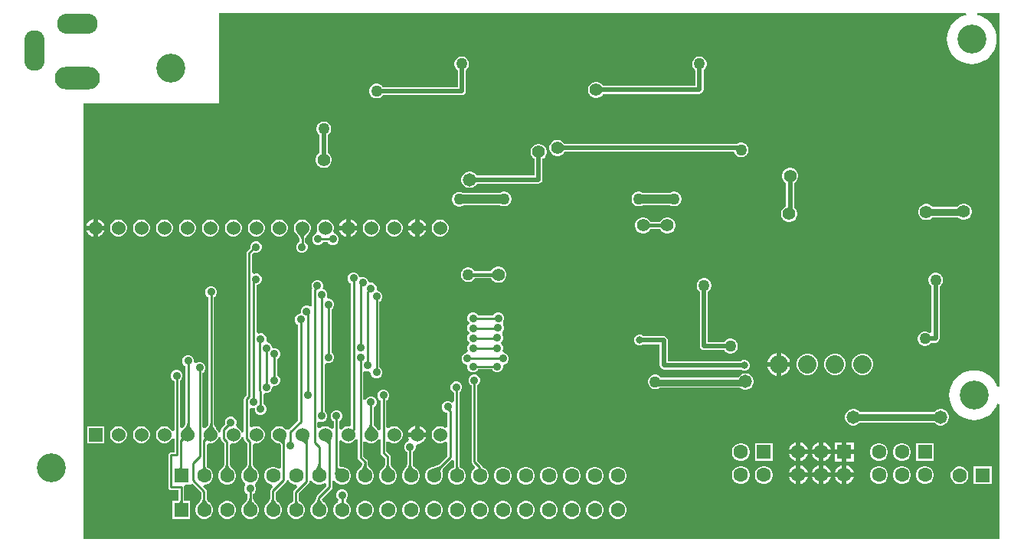
<source format=gbl>
G04*
G04 #@! TF.GenerationSoftware,Altium Limited,Altium Designer,24.4.1 (13)*
G04*
G04 Layer_Physical_Order=2*
G04 Layer_Color=16711680*
%FSLAX25Y25*%
%MOIN*%
G70*
G04*
G04 #@! TF.SameCoordinates,DFA012FA-E2B2-4B6A-99E0-2456AF4758C4*
G04*
G04*
G04 #@! TF.FilePolarity,Positive*
G04*
G01*
G75*
%ADD14C,0.01000*%
%ADD54C,0.02000*%
%ADD55C,0.03000*%
%ADD56C,0.01500*%
%ADD59C,0.04000*%
%ADD60C,0.08000*%
%ADD61C,0.06000*%
%ADD62R,0.06000X0.06000*%
%ADD63C,0.06319*%
%ADD64R,0.06319X0.06319*%
%ADD65O,0.08858X0.17717*%
%ADD66O,0.17717X0.08858*%
%ADD67O,0.19685X0.09843*%
%ADD68C,0.12598*%
%ADD69C,0.03200*%
%ADD70C,0.03600*%
%ADD71C,0.05800*%
%ADD72C,0.05000*%
%ADD73C,0.05200*%
%ADD74C,0.05600*%
G36*
X428165Y68860D02*
X427165Y68661D01*
X426646Y69915D01*
X425758Y71363D01*
X424655Y72655D01*
X423363Y73758D01*
X421915Y74646D01*
X420345Y75296D01*
X418693Y75693D01*
X417000Y75826D01*
X415307Y75693D01*
X413655Y75296D01*
X412085Y74646D01*
X410637Y73758D01*
X409345Y72655D01*
X408242Y71363D01*
X407354Y69915D01*
X406704Y68345D01*
X406307Y66694D01*
X406174Y65000D01*
X406307Y63306D01*
X406704Y61655D01*
X407354Y60085D01*
X408242Y58637D01*
X409345Y57345D01*
X410637Y56242D01*
X412085Y55354D01*
X413655Y54704D01*
X415307Y54307D01*
X417000Y54174D01*
X418693Y54307D01*
X420345Y54704D01*
X421915Y55354D01*
X423363Y56242D01*
X424655Y57345D01*
X425758Y58637D01*
X426646Y60085D01*
X427165Y61339D01*
X428165Y61140D01*
Y2500D01*
X29500D01*
Y192000D01*
X88500D01*
Y231531D01*
X413517D01*
X413635Y230531D01*
X412655Y230296D01*
X411085Y229646D01*
X409637Y228758D01*
X408345Y227655D01*
X407242Y226363D01*
X406354Y224915D01*
X405704Y223345D01*
X405307Y221693D01*
X405174Y220000D01*
X405307Y218306D01*
X405704Y216655D01*
X406354Y215085D01*
X407242Y213637D01*
X408345Y212345D01*
X409637Y211242D01*
X411085Y210354D01*
X412655Y209704D01*
X414306Y209307D01*
X416000Y209174D01*
X417694Y209307D01*
X419345Y209704D01*
X420915Y210354D01*
X422363Y211242D01*
X423655Y212345D01*
X424758Y213637D01*
X425646Y215085D01*
X426296Y216655D01*
X426693Y218306D01*
X426826Y220000D01*
X426693Y221693D01*
X426296Y223345D01*
X425646Y224915D01*
X424758Y226363D01*
X423655Y227655D01*
X422363Y228758D01*
X420915Y229646D01*
X419345Y230296D01*
X418365Y230531D01*
X418483Y231531D01*
X428165D01*
X428165Y68860D01*
D02*
G37*
%LPC*%
G36*
X297977Y212495D02*
X297134D01*
X296320Y212277D01*
X295591Y211856D01*
X294995Y211260D01*
X294574Y210530D01*
X294356Y209717D01*
Y208874D01*
X294574Y208060D01*
X294995Y207330D01*
X295591Y206735D01*
X295822Y206601D01*
Y199733D01*
X255541D01*
X255301Y200149D01*
X254649Y200801D01*
X253851Y201261D01*
X252961Y201500D01*
X252039D01*
X251149Y201261D01*
X250351Y200801D01*
X249699Y200149D01*
X249238Y199351D01*
X249000Y198461D01*
Y197539D01*
X249238Y196649D01*
X249699Y195851D01*
X250351Y195199D01*
X251149Y194738D01*
X252039Y194500D01*
X252961D01*
X253851Y194738D01*
X254649Y195199D01*
X255301Y195851D01*
X255541Y196267D01*
X297555D01*
X298219Y196399D01*
X298781Y196774D01*
X299157Y197337D01*
X299289Y198000D01*
Y206601D01*
X299520Y206735D01*
X300116Y207330D01*
X300537Y208060D01*
X300756Y208874D01*
Y209717D01*
X300537Y210530D01*
X300116Y211260D01*
X299520Y211856D01*
X298791Y212277D01*
X297977Y212495D01*
D02*
G37*
G36*
X194433D02*
X193591D01*
X192777Y212277D01*
X192047Y211856D01*
X191452Y211260D01*
X191030Y210530D01*
X190812Y209717D01*
Y208874D01*
X191030Y208060D01*
X191452Y207330D01*
X192047Y206735D01*
X192279Y206601D01*
Y201027D01*
Y199217D01*
X159699D01*
X159565Y199449D01*
X158969Y200045D01*
X158239Y200466D01*
X157426Y200684D01*
X156583D01*
X155769Y200466D01*
X155040Y200045D01*
X154444Y199449D01*
X154022Y198719D01*
X153804Y197906D01*
Y197063D01*
X154022Y196249D01*
X154444Y195519D01*
X155040Y194924D01*
X155769Y194502D01*
X156583Y194284D01*
X157426D01*
X158239Y194502D01*
X158969Y194924D01*
X159565Y195519D01*
X159699Y195751D01*
X194012D01*
X194676Y195883D01*
X195238Y196259D01*
X195614Y196821D01*
X195746Y197484D01*
Y201027D01*
Y206601D01*
X195977Y206735D01*
X196573Y207330D01*
X196994Y208060D01*
X197212Y208874D01*
Y209717D01*
X196994Y210530D01*
X196573Y211260D01*
X195977Y211856D01*
X195247Y212277D01*
X194433Y212495D01*
D02*
G37*
G36*
X236205Y176181D02*
X235284D01*
X234394Y175943D01*
X233595Y175482D01*
X232944Y174830D01*
X232483Y174032D01*
X232244Y173142D01*
Y172220D01*
X232483Y171330D01*
X232944Y170532D01*
X233595Y169880D01*
X234394Y169420D01*
X235284Y169181D01*
X236205D01*
X237095Y169420D01*
X237894Y169880D01*
X238545Y170532D01*
X238785Y170948D01*
X312606D01*
X312684Y170659D01*
X313105Y169929D01*
X313701Y169333D01*
X314431Y168912D01*
X315245Y168694D01*
X316087D01*
X316901Y168912D01*
X317631Y169333D01*
X318226Y169929D01*
X318648Y170659D01*
X318866Y171472D01*
Y172315D01*
X318648Y173129D01*
X318226Y173858D01*
X317631Y174454D01*
X316901Y174876D01*
X316087Y175094D01*
X315245D01*
X314431Y174876D01*
X313701Y174454D01*
X313661Y174414D01*
X238785D01*
X238545Y174830D01*
X237894Y175482D01*
X237095Y175943D01*
X236205Y176181D01*
D02*
G37*
G36*
X134421Y184200D02*
X133579D01*
X132765Y183982D01*
X132035Y183561D01*
X131439Y182965D01*
X131018Y182235D01*
X130800Y181421D01*
Y180579D01*
X131018Y179765D01*
X131439Y179035D01*
X132035Y178439D01*
X132267Y178306D01*
Y170541D01*
X131851Y170301D01*
X131199Y169649D01*
X130738Y168851D01*
X130500Y167961D01*
Y167039D01*
X130738Y166149D01*
X131199Y165351D01*
X131851Y164699D01*
X132649Y164239D01*
X133539Y164000D01*
X134461D01*
X135351Y164239D01*
X136149Y164699D01*
X136801Y165351D01*
X137261Y166149D01*
X137500Y167039D01*
Y167961D01*
X137261Y168851D01*
X136801Y169649D01*
X136149Y170301D01*
X135733Y170541D01*
Y178306D01*
X135965Y178439D01*
X136561Y179035D01*
X136982Y179765D01*
X137200Y180579D01*
Y181421D01*
X136982Y182235D01*
X136561Y182965D01*
X135965Y183561D01*
X135235Y183982D01*
X134421Y184200D01*
D02*
G37*
G36*
X227938Y174500D02*
X227016D01*
X226126Y174261D01*
X225328Y173801D01*
X224676Y173149D01*
X224215Y172351D01*
X223977Y171461D01*
Y170539D01*
X224215Y169649D01*
X224676Y168851D01*
X225328Y168199D01*
X225744Y167959D01*
Y160610D01*
X200656D01*
X200381Y161088D01*
X199710Y161758D01*
X198890Y162232D01*
X197974Y162477D01*
X197026D01*
X196110Y162232D01*
X195290Y161758D01*
X194619Y161088D01*
X194145Y160267D01*
X193900Y159351D01*
Y158403D01*
X194145Y157488D01*
X194619Y156667D01*
X195290Y155996D01*
X196110Y155523D01*
X197026Y155277D01*
X197974D01*
X198890Y155523D01*
X199710Y155996D01*
X200381Y156667D01*
X200656Y157144D01*
X227477D01*
X228140Y157276D01*
X228702Y157651D01*
X229078Y158214D01*
X229210Y158877D01*
Y167959D01*
X229626Y168199D01*
X230277Y168851D01*
X230738Y169649D01*
X230977Y170539D01*
Y171461D01*
X230738Y172351D01*
X230277Y173149D01*
X229626Y173801D01*
X228828Y174261D01*
X227938Y174500D01*
D02*
G37*
G36*
X286921Y153700D02*
X286079D01*
X285265Y153482D01*
X284817Y153223D01*
X272829D01*
X272381Y153482D01*
X271567Y153700D01*
X270724D01*
X269911Y153482D01*
X269181Y153061D01*
X268585Y152465D01*
X268164Y151735D01*
X267946Y150921D01*
Y150079D01*
X268164Y149265D01*
X268585Y148535D01*
X269181Y147939D01*
X269911Y147518D01*
X270724Y147300D01*
X271567D01*
X272381Y147518D01*
X272829Y147777D01*
X284817D01*
X285265Y147518D01*
X286079Y147300D01*
X286921D01*
X287735Y147518D01*
X288465Y147939D01*
X289061Y148535D01*
X289482Y149265D01*
X289700Y150079D01*
Y150921D01*
X289482Y151735D01*
X289061Y152465D01*
X288465Y153061D01*
X287735Y153482D01*
X286921Y153700D01*
D02*
G37*
G36*
X212921D02*
X212079D01*
X211265Y153482D01*
X210817Y153223D01*
X194360D01*
X194219Y153305D01*
X193405Y153523D01*
X192563D01*
X191749Y153305D01*
X191019Y152884D01*
X190423Y152288D01*
X190002Y151558D01*
X189784Y150744D01*
Y149902D01*
X190002Y149088D01*
X190423Y148358D01*
X191019Y147762D01*
X191749Y147341D01*
X192563Y147123D01*
X193405D01*
X194219Y147341D01*
X194949Y147762D01*
X194963Y147777D01*
X210817D01*
X211265Y147518D01*
X212079Y147300D01*
X212921D01*
X213735Y147518D01*
X214465Y147939D01*
X215061Y148535D01*
X215482Y149265D01*
X215700Y150079D01*
Y150921D01*
X215482Y151735D01*
X215061Y152465D01*
X214465Y153061D01*
X213735Y153482D01*
X212921Y153700D01*
D02*
G37*
G36*
X412961Y148500D02*
X412039D01*
X411149Y148261D01*
X410351Y147801D01*
X409699Y147149D01*
X409640Y147046D01*
X398978D01*
X398420Y147604D01*
X397622Y148065D01*
X396732Y148303D01*
X395811D01*
X394920Y148065D01*
X394122Y147604D01*
X393471Y146952D01*
X393010Y146154D01*
X392771Y145264D01*
Y144342D01*
X393010Y143452D01*
X393471Y142654D01*
X394122Y142002D01*
X394920Y141542D01*
X395811Y141303D01*
X396732D01*
X397622Y141542D01*
X398420Y142002D01*
X398978Y142560D01*
X409990D01*
X410351Y142199D01*
X411149Y141738D01*
X412039Y141500D01*
X412961D01*
X413851Y141738D01*
X414649Y142199D01*
X415301Y142851D01*
X415762Y143649D01*
X416000Y144539D01*
Y145461D01*
X415762Y146351D01*
X415301Y147149D01*
X414649Y147801D01*
X413851Y148261D01*
X412961Y148500D01*
D02*
G37*
G36*
X337461Y164000D02*
X336539D01*
X335649Y163761D01*
X334851Y163301D01*
X334199Y162649D01*
X333738Y161851D01*
X333500Y160961D01*
Y160039D01*
X333738Y159149D01*
X334199Y158351D01*
X334851Y157699D01*
X335267Y157459D01*
Y147293D01*
X335149Y147262D01*
X334351Y146801D01*
X333699Y146149D01*
X333239Y145351D01*
X333000Y144461D01*
Y143539D01*
X333239Y142649D01*
X333699Y141851D01*
X334351Y141199D01*
X335149Y140738D01*
X336039Y140500D01*
X336961D01*
X337851Y140738D01*
X338649Y141199D01*
X339301Y141851D01*
X339761Y142649D01*
X340000Y143539D01*
Y144461D01*
X339761Y145351D01*
X339301Y146149D01*
X338733Y146716D01*
Y157459D01*
X339149Y157699D01*
X339801Y158351D01*
X340262Y159149D01*
X340500Y160039D01*
Y160961D01*
X340262Y161851D01*
X339801Y162649D01*
X339149Y163301D01*
X338351Y163761D01*
X337461Y164000D01*
D02*
G37*
G36*
X283961Y142500D02*
X283039D01*
X282149Y142262D01*
X281351Y141801D01*
X280699Y141149D01*
X280312Y140478D01*
X276188D01*
X275801Y141149D01*
X275149Y141801D01*
X274351Y142262D01*
X273461Y142500D01*
X272539D01*
X271649Y142262D01*
X270851Y141801D01*
X270199Y141149D01*
X269739Y140351D01*
X269500Y139461D01*
Y138539D01*
X269739Y137649D01*
X270199Y136851D01*
X270851Y136199D01*
X271649Y135739D01*
X272539Y135500D01*
X273461D01*
X274351Y135739D01*
X275149Y136199D01*
X275801Y136851D01*
X276188Y137522D01*
X280312D01*
X280699Y136851D01*
X281351Y136199D01*
X282149Y135739D01*
X283039Y135500D01*
X283961D01*
X284851Y135739D01*
X285649Y136199D01*
X286301Y136851D01*
X286761Y137649D01*
X287000Y138539D01*
Y139461D01*
X286761Y140351D01*
X286301Y141149D01*
X285649Y141801D01*
X284851Y142262D01*
X283961Y142500D01*
D02*
G37*
G36*
X145646Y141751D02*
Y138878D01*
X148519D01*
X148373Y139422D01*
X147846Y140334D01*
X147102Y141079D01*
X146190Y141605D01*
X145646Y141751D01*
D02*
G37*
G36*
X35646D02*
Y138878D01*
X38519D01*
X38373Y139422D01*
X37846Y140334D01*
X37102Y141079D01*
X36190Y141605D01*
X35646Y141751D01*
D02*
G37*
G36*
X33646Y141751D02*
X33102Y141605D01*
X32190Y141079D01*
X31445Y140334D01*
X30918Y139422D01*
X30773Y138878D01*
X33646D01*
Y141751D01*
D02*
G37*
G36*
X143646D02*
X143102Y141605D01*
X142190Y141079D01*
X141445Y140334D01*
X140918Y139422D01*
X140772Y138878D01*
X143646D01*
Y141751D01*
D02*
G37*
G36*
X175646Y141751D02*
Y138878D01*
X178519D01*
X178373Y139422D01*
X177847Y140334D01*
X177102Y141079D01*
X176190Y141605D01*
X175646Y141751D01*
D02*
G37*
G36*
X173646Y141751D02*
X173102Y141605D01*
X172190Y141079D01*
X171445Y140334D01*
X170918Y139422D01*
X170773Y138878D01*
X173646D01*
Y141751D01*
D02*
G37*
G36*
X185133Y141578D02*
X184159D01*
X183218Y141326D01*
X182374Y140839D01*
X181685Y140150D01*
X181198Y139306D01*
X180946Y138365D01*
Y137391D01*
X181198Y136450D01*
X181685Y135606D01*
X182374Y134917D01*
X183218Y134430D01*
X184159Y134178D01*
X185133D01*
X186074Y134430D01*
X186917Y134917D01*
X187606Y135606D01*
X188093Y136450D01*
X188346Y137391D01*
Y138365D01*
X188093Y139306D01*
X187606Y140150D01*
X186917Y140839D01*
X186074Y141326D01*
X185133Y141578D01*
D02*
G37*
G36*
X165133D02*
X164159D01*
X163217Y141326D01*
X162374Y140839D01*
X161685Y140150D01*
X161198Y139306D01*
X160946Y138365D01*
Y137391D01*
X161198Y136450D01*
X161685Y135606D01*
X162374Y134917D01*
X163217Y134430D01*
X164159Y134178D01*
X165133D01*
X166074Y134430D01*
X166918Y134917D01*
X167606Y135606D01*
X168094Y136450D01*
X168346Y137391D01*
Y138365D01*
X168094Y139306D01*
X167606Y140150D01*
X166918Y140839D01*
X166074Y141326D01*
X165133Y141578D01*
D02*
G37*
G36*
X155133D02*
X154159D01*
X153217Y141326D01*
X152374Y140839D01*
X151685Y140150D01*
X151198Y139306D01*
X150946Y138365D01*
Y137391D01*
X151198Y136450D01*
X151685Y135606D01*
X152374Y134917D01*
X153217Y134430D01*
X154159Y134178D01*
X155133D01*
X156074Y134430D01*
X156918Y134917D01*
X157606Y135606D01*
X158094Y136450D01*
X158346Y137391D01*
Y138365D01*
X158094Y139306D01*
X157606Y140150D01*
X156918Y140839D01*
X156074Y141326D01*
X155133Y141578D01*
D02*
G37*
G36*
X115133D02*
X114159D01*
X113217Y141326D01*
X112374Y140839D01*
X111685Y140150D01*
X111198Y139306D01*
X110946Y138365D01*
Y137391D01*
X111198Y136450D01*
X111685Y135606D01*
X112374Y134917D01*
X113217Y134430D01*
X114159Y134178D01*
X115133D01*
X116074Y134430D01*
X116918Y134917D01*
X117606Y135606D01*
X118094Y136450D01*
X118346Y137391D01*
Y138365D01*
X118094Y139306D01*
X117606Y140150D01*
X116918Y140839D01*
X116074Y141326D01*
X115133Y141578D01*
D02*
G37*
G36*
X105133D02*
X104159D01*
X103217Y141326D01*
X102374Y140839D01*
X101685Y140150D01*
X101198Y139306D01*
X100946Y138365D01*
Y137391D01*
X101198Y136450D01*
X101685Y135606D01*
X102374Y134917D01*
X103217Y134430D01*
X104159Y134178D01*
X105133D01*
X106074Y134430D01*
X106918Y134917D01*
X107606Y135606D01*
X108094Y136450D01*
X108346Y137391D01*
Y138365D01*
X108094Y139306D01*
X107606Y140150D01*
X106918Y140839D01*
X106074Y141326D01*
X105133Y141578D01*
D02*
G37*
G36*
X95133D02*
X94159D01*
X93217Y141326D01*
X92374Y140839D01*
X91685Y140150D01*
X91198Y139306D01*
X90946Y138365D01*
Y137391D01*
X91198Y136450D01*
X91685Y135606D01*
X92374Y134917D01*
X93217Y134430D01*
X94159Y134178D01*
X95133D01*
X96074Y134430D01*
X96917Y134917D01*
X97606Y135606D01*
X98093Y136450D01*
X98346Y137391D01*
Y138365D01*
X98093Y139306D01*
X97606Y140150D01*
X96917Y140839D01*
X96074Y141326D01*
X95133Y141578D01*
D02*
G37*
G36*
X85133D02*
X84159D01*
X83218Y141326D01*
X82374Y140839D01*
X81685Y140150D01*
X81198Y139306D01*
X80946Y138365D01*
Y137391D01*
X81198Y136450D01*
X81685Y135606D01*
X82374Y134917D01*
X83218Y134430D01*
X84159Y134178D01*
X85133D01*
X86074Y134430D01*
X86918Y134917D01*
X87606Y135606D01*
X88094Y136450D01*
X88346Y137391D01*
Y138365D01*
X88094Y139306D01*
X87606Y140150D01*
X86918Y140839D01*
X86074Y141326D01*
X85133Y141578D01*
D02*
G37*
G36*
X75133D02*
X74159D01*
X73217Y141326D01*
X72374Y140839D01*
X71685Y140150D01*
X71198Y139306D01*
X70946Y138365D01*
Y137391D01*
X71198Y136450D01*
X71685Y135606D01*
X72374Y134917D01*
X73217Y134430D01*
X74159Y134178D01*
X75133D01*
X76074Y134430D01*
X76917Y134917D01*
X77606Y135606D01*
X78093Y136450D01*
X78346Y137391D01*
Y138365D01*
X78093Y139306D01*
X77606Y140150D01*
X76917Y140839D01*
X76074Y141326D01*
X75133Y141578D01*
D02*
G37*
G36*
X65133D02*
X64159D01*
X63218Y141326D01*
X62374Y140839D01*
X61685Y140150D01*
X61198Y139306D01*
X60946Y138365D01*
Y137391D01*
X61198Y136450D01*
X61685Y135606D01*
X62374Y134917D01*
X63218Y134430D01*
X64159Y134178D01*
X65133D01*
X66074Y134430D01*
X66918Y134917D01*
X67606Y135606D01*
X68094Y136450D01*
X68346Y137391D01*
Y138365D01*
X68094Y139306D01*
X67606Y140150D01*
X66918Y140839D01*
X66074Y141326D01*
X65133Y141578D01*
D02*
G37*
G36*
X55133D02*
X54159D01*
X53218Y141326D01*
X52374Y140839D01*
X51685Y140150D01*
X51198Y139306D01*
X50946Y138365D01*
Y137391D01*
X51198Y136450D01*
X51685Y135606D01*
X52374Y134917D01*
X53218Y134430D01*
X54159Y134178D01*
X55133D01*
X56074Y134430D01*
X56918Y134917D01*
X57606Y135606D01*
X58094Y136450D01*
X58346Y137391D01*
Y138365D01*
X58094Y139306D01*
X57606Y140150D01*
X56918Y140839D01*
X56074Y141326D01*
X55133Y141578D01*
D02*
G37*
G36*
X45133D02*
X44159D01*
X43218Y141326D01*
X42374Y140839D01*
X41685Y140150D01*
X41198Y139306D01*
X40946Y138365D01*
Y137391D01*
X41198Y136450D01*
X41685Y135606D01*
X42374Y134917D01*
X43218Y134430D01*
X44159Y134178D01*
X45133D01*
X46074Y134430D01*
X46918Y134917D01*
X47606Y135606D01*
X48094Y136450D01*
X48346Y137391D01*
Y138365D01*
X48094Y139306D01*
X47606Y140150D01*
X46918Y140839D01*
X46074Y141326D01*
X45133Y141578D01*
D02*
G37*
G36*
X178519Y136878D02*
X175646D01*
Y134005D01*
X176190Y134151D01*
X177102Y134677D01*
X177847Y135422D01*
X178373Y136334D01*
X178519Y136878D01*
D02*
G37*
G36*
X148519Y136878D02*
X145646D01*
Y134005D01*
X146190Y134151D01*
X147102Y134677D01*
X147846Y135422D01*
X148373Y136334D01*
X148519Y136878D01*
D02*
G37*
G36*
X38519D02*
X35646D01*
Y134005D01*
X36190Y134151D01*
X37102Y134677D01*
X37846Y135422D01*
X38373Y136334D01*
X38519Y136878D01*
D02*
G37*
G36*
X143646D02*
X140772D01*
X140918Y136334D01*
X141445Y135422D01*
X142190Y134677D01*
X143102Y134151D01*
X143646Y134005D01*
Y136878D01*
D02*
G37*
G36*
X33646D02*
X30773D01*
X30918Y136334D01*
X31445Y135422D01*
X32190Y134677D01*
X33102Y134151D01*
X33646Y134005D01*
Y136878D01*
D02*
G37*
G36*
X173646Y136878D02*
X170773D01*
X170918Y136334D01*
X171445Y135422D01*
X172190Y134677D01*
X173102Y134151D01*
X173646Y134005D01*
Y136878D01*
D02*
G37*
G36*
X135133Y141578D02*
X134159D01*
X133218Y141326D01*
X132374Y140839D01*
X131685Y140150D01*
X131198Y139306D01*
X130946Y138365D01*
Y137391D01*
X131184Y136500D01*
X131194Y136433D01*
X131179Y136357D01*
X130671Y135363D01*
X130084Y135119D01*
X129381Y134416D01*
X129000Y133497D01*
Y132503D01*
X129381Y131584D01*
X130084Y130881D01*
X131003Y130500D01*
X131997D01*
X132916Y130881D01*
X133619Y131584D01*
X133699Y131776D01*
X135801D01*
X135881Y131584D01*
X136584Y130881D01*
X137503Y130500D01*
X138497D01*
X139416Y130881D01*
X140119Y131584D01*
X140500Y132503D01*
Y133497D01*
X140119Y134416D01*
X139416Y135119D01*
X138661Y135432D01*
X138315Y135928D01*
X138098Y136440D01*
X138107Y136500D01*
X138346Y137391D01*
Y138365D01*
X138093Y139306D01*
X137606Y140150D01*
X136917Y140839D01*
X136074Y141326D01*
X135133Y141578D01*
D02*
G37*
G36*
X125133D02*
X124159D01*
X123217Y141326D01*
X122374Y140839D01*
X121685Y140150D01*
X121198Y139306D01*
X120946Y138365D01*
Y137391D01*
X121198Y136450D01*
X121685Y135606D01*
X122001Y135291D01*
X122037Y135234D01*
X122326Y134941D01*
X122807Y134392D01*
X122986Y134153D01*
X123136Y133926D01*
X123253Y133718D01*
X123337Y133532D01*
X123392Y133370D01*
X123422Y133233D01*
X123422Y133225D01*
Y131760D01*
X123084Y131619D01*
X122381Y130916D01*
X122000Y129997D01*
Y129003D01*
X122381Y128084D01*
X123084Y127381D01*
X124003Y127000D01*
X124997D01*
X125916Y127381D01*
X126619Y128084D01*
X127000Y129003D01*
Y129997D01*
X126619Y130916D01*
X125916Y131619D01*
X125869Y131639D01*
Y133225D01*
X125870Y133233D01*
X125899Y133370D01*
X125954Y133532D01*
X126039Y133718D01*
X126155Y133926D01*
X126305Y134153D01*
X126485Y134392D01*
X126965Y134941D01*
X127254Y135234D01*
X127291Y135291D01*
X127606Y135606D01*
X128094Y136450D01*
X128346Y137391D01*
Y138365D01*
X128094Y139306D01*
X127606Y140150D01*
X126918Y140839D01*
X126074Y141326D01*
X125133Y141578D01*
D02*
G37*
G36*
X104997Y132000D02*
X104003D01*
X103084Y131619D01*
X102381Y130916D01*
X102000Y129997D01*
Y129230D01*
X100635Y127865D01*
X100370Y127468D01*
X100277Y127000D01*
Y64831D01*
X99594Y64148D01*
X99329Y63751D01*
X99236Y63283D01*
Y49687D01*
X99222Y49618D01*
Y48958D01*
X98222Y48826D01*
X98093Y49306D01*
X97606Y50150D01*
X96917Y50839D01*
X96302Y51194D01*
X96055Y51407D01*
X95814Y52431D01*
X95945Y52748D01*
Y53743D01*
X95565Y54662D01*
X94861Y55365D01*
X93942Y55745D01*
X92948D01*
X92029Y55365D01*
X91326Y54662D01*
X90945Y53743D01*
Y52748D01*
X91113Y52343D01*
X89581Y50811D01*
X89315Y50414D01*
X89222Y49946D01*
Y48958D01*
X88222Y48826D01*
X88094Y49306D01*
X87606Y50150D01*
X87499Y50257D01*
X87271Y50549D01*
X87036Y50868D01*
X86644Y51463D01*
X86502Y51714D01*
X86388Y51944D01*
X86305Y52147D01*
X86251Y52318D01*
X86224Y52452D01*
Y107801D01*
X86416Y107881D01*
X87119Y108584D01*
X87500Y109503D01*
Y110497D01*
X87119Y111416D01*
X86416Y112119D01*
X85497Y112500D01*
X84503D01*
X83584Y112119D01*
X82881Y111416D01*
X82500Y110497D01*
Y109503D01*
X82881Y108584D01*
X83584Y107881D01*
X83776Y107801D01*
Y52570D01*
X83775Y52552D01*
X83746Y52418D01*
X83691Y52268D01*
X83608Y52100D01*
X83491Y51917D01*
X83341Y51718D01*
X83161Y51516D01*
X82665Y51051D01*
X82474Y50897D01*
X82374Y50839D01*
X82223Y50688D01*
X81223Y51103D01*
Y74801D01*
X81416Y74881D01*
X82119Y75584D01*
X82500Y76503D01*
Y77497D01*
X82119Y78416D01*
X81416Y79119D01*
X80497Y79500D01*
X79503D01*
X78584Y79119D01*
X78310Y78846D01*
X77463Y79412D01*
X77500Y79503D01*
Y80497D01*
X77119Y81416D01*
X76416Y82119D01*
X75497Y82500D01*
X74503D01*
X73584Y82119D01*
X72881Y81416D01*
X72500Y80497D01*
Y79503D01*
X72881Y78584D01*
X73584Y77881D01*
X73777Y77801D01*
Y52570D01*
X73775Y52552D01*
X73746Y52418D01*
X73691Y52268D01*
X73607Y52100D01*
X73492Y51917D01*
X73341Y51718D01*
X73161Y51516D01*
X72665Y51051D01*
X72474Y50897D01*
X72413Y50862D01*
X72233Y50905D01*
X71413Y51292D01*
Y71379D01*
X71416Y71381D01*
X72119Y72084D01*
X72500Y73003D01*
Y73997D01*
X72119Y74916D01*
X71416Y75619D01*
X70497Y76000D01*
X69503D01*
X68584Y75619D01*
X67881Y74916D01*
X67500Y73997D01*
Y73003D01*
X67881Y72084D01*
X68584Y71381D01*
X68966Y71222D01*
Y49755D01*
X67966Y49527D01*
X67606Y50150D01*
X66918Y50839D01*
X66074Y51326D01*
X65133Y51578D01*
X64159D01*
X63218Y51326D01*
X62374Y50839D01*
X61685Y50150D01*
X61198Y49306D01*
X60946Y48365D01*
Y47391D01*
X61198Y46450D01*
X61685Y45606D01*
X62374Y44917D01*
X63218Y44430D01*
X64159Y44178D01*
X65133D01*
X66074Y44430D01*
X66918Y44917D01*
X67606Y45606D01*
X67966Y46229D01*
X68966Y46001D01*
Y40224D01*
X67500D01*
X67032Y40130D01*
X66635Y39865D01*
X66370Y39468D01*
X66277Y39000D01*
Y25000D01*
X66370Y24532D01*
X66635Y24135D01*
X67032Y23870D01*
X67500Y23776D01*
X70758D01*
Y19029D01*
X70753Y18970D01*
X70751Y18958D01*
X68122D01*
Y11239D01*
X75841D01*
Y18958D01*
X73212D01*
X73210Y18970D01*
X73205Y19029D01*
Y25000D01*
X73177Y25141D01*
X73669Y25966D01*
X73865Y26141D01*
X75859D01*
Y26140D01*
X76859Y26410D01*
X80648Y22622D01*
Y19994D01*
X80647Y19979D01*
X80615Y19835D01*
X80555Y19660D01*
X80464Y19456D01*
X80338Y19227D01*
X80176Y18975D01*
X79984Y18707D01*
X79474Y18091D01*
X79168Y17760D01*
X79141Y17716D01*
X78893Y17468D01*
X78385Y16588D01*
X78122Y15606D01*
Y14590D01*
X78385Y13608D01*
X78893Y12728D01*
X79612Y12010D01*
X80492Y11502D01*
X81473Y11239D01*
X82490D01*
X83471Y11502D01*
X84351Y12010D01*
X85070Y12728D01*
X85578Y13608D01*
X85841Y14590D01*
Y15606D01*
X85578Y16588D01*
X85070Y17468D01*
X84645Y17892D01*
X84614Y17939D01*
X84004Y18539D01*
X83771Y18801D01*
X83571Y19053D01*
X83407Y19287D01*
X83280Y19502D01*
X83188Y19695D01*
X83128Y19864D01*
X83096Y20008D01*
X83095Y20029D01*
Y23129D01*
X83002Y23597D01*
X82736Y23994D01*
X81590Y25141D01*
X82004Y26141D01*
X82508D01*
X83490Y26404D01*
X84370Y26912D01*
X85088Y27630D01*
X85596Y28510D01*
X85860Y29492D01*
Y30508D01*
X85596Y31490D01*
X85088Y32370D01*
X84370Y33088D01*
X83490Y33596D01*
X83223Y33668D01*
Y33705D01*
X83130Y34173D01*
X83113Y34199D01*
Y43423D01*
X84113Y44190D01*
X84159Y44178D01*
X85133D01*
X86074Y44430D01*
X86918Y44917D01*
X87606Y45606D01*
X88094Y46450D01*
X88222Y46930D01*
X89222Y46798D01*
Y46138D01*
X89315Y45670D01*
X89581Y45273D01*
X90666Y44187D01*
Y34896D01*
X90665Y34881D01*
X90634Y34737D01*
X90574Y34562D01*
X90482Y34358D01*
X90356Y34129D01*
X90195Y33877D01*
X90002Y33609D01*
X89492Y32993D01*
X89186Y32662D01*
X89159Y32618D01*
X88912Y32370D01*
X88404Y31490D01*
X88140Y30508D01*
Y29492D01*
X88404Y28510D01*
X88912Y27630D01*
X89630Y26912D01*
X90510Y26404D01*
X91492Y26141D01*
X92508D01*
X93490Y26404D01*
X94370Y26912D01*
X95088Y27630D01*
X95596Y28510D01*
X95859Y29492D01*
Y30508D01*
X95596Y31490D01*
X95088Y32370D01*
X94664Y32794D01*
X94632Y32841D01*
X94022Y33441D01*
X93790Y33703D01*
X93589Y33955D01*
X93426Y34189D01*
X93299Y34404D01*
X93207Y34597D01*
X93147Y34766D01*
X93115Y34910D01*
X93113Y34931D01*
Y43423D01*
X94113Y44190D01*
X94159Y44178D01*
X95133D01*
X96074Y44430D01*
X96917Y44917D01*
X97606Y45606D01*
X98093Y46450D01*
X98222Y46930D01*
X99222Y46798D01*
Y46138D01*
X99315Y45670D01*
X99581Y45273D01*
X100666Y44187D01*
Y34896D01*
X100665Y34881D01*
X100634Y34737D01*
X100574Y34562D01*
X100482Y34358D01*
X100356Y34129D01*
X100195Y33877D01*
X100002Y33609D01*
X99492Y32993D01*
X99186Y32662D01*
X99159Y32618D01*
X98912Y32370D01*
X98404Y31490D01*
X98141Y30508D01*
Y29492D01*
X98404Y28510D01*
X98912Y27630D01*
X99626Y26916D01*
X99630Y26912D01*
X99881Y25757D01*
X99500Y24838D01*
Y23843D01*
X99881Y22924D01*
X100584Y22221D01*
X100777Y22141D01*
Y20017D01*
X100775Y19998D01*
X100743Y19854D01*
X100683Y19682D01*
X100591Y19484D01*
X100464Y19263D01*
X100302Y19022D01*
X100108Y18767D01*
X99589Y18183D01*
X99278Y17871D01*
X99240Y17815D01*
X98893Y17468D01*
X98385Y16588D01*
X98122Y15606D01*
Y14590D01*
X98385Y13608D01*
X98893Y12728D01*
X99612Y12010D01*
X100492Y11502D01*
X101473Y11239D01*
X102490D01*
X103471Y11502D01*
X104351Y12010D01*
X105070Y12728D01*
X105578Y13608D01*
X105841Y14590D01*
Y15606D01*
X105578Y16588D01*
X105070Y17468D01*
X104753Y17785D01*
X104717Y17840D01*
X104407Y18157D01*
X103891Y18750D01*
X103698Y19008D01*
X103535Y19253D01*
X103408Y19477D01*
X103316Y19676D01*
X103256Y19849D01*
X103225Y19993D01*
X103224Y20010D01*
Y22141D01*
X103416Y22221D01*
X104119Y22924D01*
X104500Y23843D01*
Y24838D01*
X104119Y25757D01*
X104370Y26912D01*
X104374Y26916D01*
X105088Y27630D01*
X105596Y28510D01*
X105859Y29492D01*
Y30508D01*
X105596Y31490D01*
X105088Y32370D01*
X104664Y32794D01*
X104632Y32841D01*
X104022Y33441D01*
X103790Y33703D01*
X103589Y33955D01*
X103426Y34189D01*
X103299Y34404D01*
X103207Y34597D01*
X103147Y34766D01*
X103115Y34910D01*
X103113Y34931D01*
Y43423D01*
X104113Y44190D01*
X104159Y44178D01*
X105133D01*
X106074Y44430D01*
X106918Y44917D01*
X107606Y45606D01*
X108094Y46450D01*
X108346Y47391D01*
Y48365D01*
X108094Y49306D01*
X107606Y50150D01*
X106918Y50839D01*
X106074Y51326D01*
X105133Y51578D01*
X104159D01*
X103217Y51326D01*
X102683Y51017D01*
X101845Y51385D01*
X101683Y51552D01*
Y58988D01*
X102683Y59656D01*
X102962Y59540D01*
X103076D01*
X103959Y59499D01*
X104000Y58617D01*
Y58503D01*
X104381Y57584D01*
X105084Y56881D01*
X106003Y56500D01*
X106997D01*
X107916Y56881D01*
X108619Y57584D01*
X109000Y58503D01*
Y59497D01*
X108619Y60416D01*
X107916Y61119D01*
X107723Y61199D01*
Y65479D01*
X108503Y66000D01*
X109497D01*
X110416Y66381D01*
X111119Y67084D01*
X111500Y68003D01*
Y68126D01*
X112002Y68999D01*
X112424Y69000D01*
X112997D01*
X113916Y69381D01*
X114619Y70084D01*
X115000Y71003D01*
Y71997D01*
X114619Y72916D01*
X113916Y73619D01*
X113724Y73699D01*
Y80801D01*
X113916Y80881D01*
X114619Y81584D01*
X115000Y82503D01*
Y83497D01*
X114619Y84416D01*
X113916Y85119D01*
X112997Y85500D01*
X112003D01*
X111500Y85836D01*
Y85997D01*
X111119Y86916D01*
X110416Y87619D01*
X109497Y88000D01*
X108999Y89000D01*
X109000Y89003D01*
Y89997D01*
X108619Y90916D01*
X107916Y91619D01*
X106997Y92000D01*
X106003D01*
X105724Y91884D01*
X104724Y92553D01*
Y113000D01*
X104997D01*
X105916Y113381D01*
X106619Y114084D01*
X107000Y115003D01*
Y115997D01*
X106619Y116916D01*
X105916Y117619D01*
X104997Y118000D01*
X104003D01*
X103724Y117884D01*
X102724Y118552D01*
Y126493D01*
X103456Y127226D01*
X104003Y127000D01*
X104997D01*
X105916Y127381D01*
X106619Y128084D01*
X107000Y129003D01*
Y129997D01*
X106619Y130916D01*
X105916Y131619D01*
X104997Y132000D01*
D02*
G37*
G36*
X210461Y121000D02*
X209539D01*
X208649Y120762D01*
X207851Y120301D01*
X207199Y119649D01*
X206812Y118978D01*
X199728D01*
X199411Y119528D01*
X198815Y120124D01*
X198085Y120545D01*
X197272Y120763D01*
X196429D01*
X195615Y120545D01*
X194886Y120124D01*
X194290Y119528D01*
X193869Y118798D01*
X193650Y117984D01*
Y117142D01*
X193869Y116328D01*
X194290Y115598D01*
X194886Y115002D01*
X195615Y114581D01*
X196429Y114363D01*
X197272D01*
X198085Y114581D01*
X198815Y115002D01*
X199411Y115598D01*
X199655Y116022D01*
X206812D01*
X207199Y115351D01*
X207851Y114699D01*
X208649Y114239D01*
X209539Y114000D01*
X210461D01*
X211351Y114239D01*
X212149Y114699D01*
X212801Y115351D01*
X213262Y116149D01*
X213500Y117039D01*
Y117961D01*
X213262Y118851D01*
X212801Y119649D01*
X212149Y120301D01*
X211351Y120762D01*
X210461Y121000D01*
D02*
G37*
G36*
X210500Y101083D02*
X209506D01*
X208587Y100703D01*
X207884Y99999D01*
X207769Y99724D01*
X201199D01*
X201119Y99916D01*
X200416Y100619D01*
X199497Y101000D01*
X198503D01*
X197584Y100619D01*
X196881Y99916D01*
X196500Y98997D01*
Y98003D01*
X196881Y97084D01*
X196961Y97003D01*
X197556Y96350D01*
X196961Y95697D01*
X196881Y95616D01*
X196500Y94697D01*
Y93703D01*
X196881Y92784D01*
X196961Y92703D01*
X197556Y92050D01*
X196961Y91397D01*
X196881Y91316D01*
X196500Y90397D01*
Y89403D01*
X196881Y88484D01*
X197011Y88353D01*
X197521Y87700D01*
X197011Y87047D01*
X196881Y86916D01*
X196500Y85997D01*
Y85003D01*
X196708Y84500D01*
X196184Y83547D01*
X196122Y83500D01*
X196005D01*
X195086Y83119D01*
X194383Y82416D01*
X194002Y81497D01*
Y80503D01*
X194383Y79584D01*
X195086Y78881D01*
X196005Y78500D01*
X196164D01*
X196500Y77997D01*
Y77003D01*
X196881Y76084D01*
X197584Y75381D01*
X198503Y75000D01*
X199497D01*
X200416Y75381D01*
X201119Y76084D01*
X201199Y76276D01*
X207301D01*
X207381Y76084D01*
X208084Y75381D01*
X209003Y75000D01*
X209997D01*
X210916Y75381D01*
X211619Y76084D01*
X212000Y77003D01*
Y77997D01*
X212336Y78500D01*
X212495D01*
X213414Y78881D01*
X214117Y79584D01*
X214498Y80503D01*
Y81497D01*
X214117Y82416D01*
X213414Y83119D01*
X212495Y83500D01*
X212378D01*
X212316Y83547D01*
X211792Y84500D01*
X212000Y85003D01*
Y85997D01*
X211619Y86916D01*
X211439Y87097D01*
X211003Y87750D01*
X211439Y88403D01*
X211619Y88584D01*
X212000Y89503D01*
Y90497D01*
X211619Y91416D01*
X211771Y92679D01*
X211962Y92870D01*
X212343Y93789D01*
Y94784D01*
X211962Y95702D01*
X211987Y97032D01*
X212123Y97167D01*
X212503Y98086D01*
Y99081D01*
X212123Y99999D01*
X211419Y100703D01*
X210500Y101083D01*
D02*
G37*
G36*
X400733Y118401D02*
X399890D01*
X399076Y118183D01*
X398347Y117761D01*
X397751Y117166D01*
X397329Y116436D01*
X397111Y115622D01*
Y114779D01*
X397329Y113966D01*
X397751Y113236D01*
X398347Y112640D01*
X398578Y112506D01*
Y92641D01*
X397826Y92266D01*
X397578Y92203D01*
X396904Y92592D01*
X396091Y92810D01*
X395248D01*
X394434Y92592D01*
X393704Y92171D01*
X393109Y91575D01*
X392687Y90845D01*
X392469Y90031D01*
Y89189D01*
X392687Y88375D01*
X393109Y87645D01*
X393704Y87050D01*
X394434Y86628D01*
X395248Y86410D01*
X396091D01*
X396904Y86628D01*
X397634Y87050D01*
X398230Y87645D01*
X398364Y87877D01*
X400311D01*
X400975Y88009D01*
X401537Y88385D01*
X401913Y88947D01*
X402045Y89610D01*
Y112506D01*
X402276Y112640D01*
X402872Y113236D01*
X403293Y113966D01*
X403511Y114779D01*
Y115622D01*
X403293Y116436D01*
X402872Y117166D01*
X402276Y117761D01*
X401547Y118183D01*
X400733Y118401D01*
D02*
G37*
G36*
X299945Y116039D02*
X299103D01*
X298289Y115821D01*
X297559Y115399D01*
X296963Y114803D01*
X296542Y114074D01*
X296324Y113260D01*
Y112417D01*
X296542Y111603D01*
X296963Y110874D01*
X297559Y110278D01*
X297791Y110144D01*
Y86461D01*
X297923Y85797D01*
X298298Y85235D01*
X298861Y84859D01*
X299524Y84727D01*
X308329D01*
X308463Y84496D01*
X309059Y83900D01*
X309788Y83479D01*
X310602Y83261D01*
X311445D01*
X312259Y83479D01*
X312988Y83900D01*
X313584Y84496D01*
X314005Y85225D01*
X314224Y86039D01*
Y86882D01*
X314005Y87696D01*
X313584Y88425D01*
X312988Y89021D01*
X312259Y89443D01*
X311445Y89661D01*
X310602D01*
X309788Y89443D01*
X309059Y89021D01*
X308463Y88425D01*
X308329Y88194D01*
X301257D01*
Y110144D01*
X301489Y110278D01*
X302085Y110874D01*
X302506Y111603D01*
X302724Y112417D01*
Y113260D01*
X302506Y114074D01*
X302085Y114803D01*
X301489Y115399D01*
X300759Y115821D01*
X299945Y116039D01*
D02*
G37*
G36*
X333000Y83408D02*
Y79500D01*
X336908D01*
X336659Y80430D01*
X336001Y81570D01*
X335070Y82501D01*
X333930Y83159D01*
X333000Y83408D01*
D02*
G37*
G36*
X331000D02*
X330070Y83159D01*
X328930Y82501D01*
X327999Y81570D01*
X327341Y80430D01*
X327092Y79500D01*
X331000D01*
Y83408D01*
D02*
G37*
G36*
X147497Y118500D02*
X146503D01*
X145584Y118119D01*
X144881Y117416D01*
X144500Y116497D01*
Y115503D01*
X144881Y114584D01*
X145584Y113881D01*
X145776Y113801D01*
Y52072D01*
X145133Y51578D01*
X144159D01*
X143218Y51326D01*
X142374Y50839D01*
X141724Y50188D01*
X141546Y50198D01*
X140724Y50485D01*
Y53801D01*
X140916Y53881D01*
X141619Y54584D01*
X142000Y55503D01*
Y56497D01*
X141619Y57416D01*
X140916Y58119D01*
X139997Y58500D01*
X139003D01*
X138084Y58119D01*
X137381Y57416D01*
X137000Y56497D01*
Y55503D01*
X137381Y54584D01*
X138084Y53881D01*
X138277Y53801D01*
Y50894D01*
X137276Y50480D01*
X136917Y50839D01*
X136074Y51326D01*
X135133Y51578D01*
X134159D01*
X133218Y51326D01*
X132374Y50839D01*
X132223Y50688D01*
X131223Y51103D01*
Y52947D01*
X132223Y53616D01*
X132503Y53500D01*
X133497D01*
X134416Y53881D01*
X135119Y54584D01*
X135500Y55503D01*
Y56497D01*
X135119Y57416D01*
X134416Y58119D01*
X134283Y58175D01*
Y78448D01*
X135283Y79116D01*
X135562Y79000D01*
X136556D01*
X137475Y79381D01*
X138179Y80084D01*
X138559Y81003D01*
Y81997D01*
X138179Y82916D01*
X137475Y83619D01*
X137283Y83699D01*
Y102301D01*
X137475Y102381D01*
X138179Y103084D01*
X138559Y104003D01*
Y104997D01*
X138179Y105916D01*
X137475Y106619D01*
X136556Y107000D01*
X136024D01*
X135372Y107915D01*
X135370Y107924D01*
X135559Y108380D01*
Y109374D01*
X135178Y110293D01*
X134475Y110996D01*
X133556Y111377D01*
X133418Y111584D01*
X133697Y112256D01*
Y113250D01*
X133316Y114169D01*
X132613Y114872D01*
X131694Y115253D01*
X130699D01*
X129780Y114872D01*
X129077Y114169D01*
X128697Y113250D01*
Y112256D01*
X128964Y111610D01*
X128870Y111468D01*
X128777Y111000D01*
Y104173D01*
X128355Y103902D01*
X127777Y103677D01*
X126997Y104000D01*
X126003D01*
X125084Y103619D01*
X124381Y102916D01*
X124000Y101997D01*
Y101003D01*
X123664Y100500D01*
X123503D01*
X122584Y100119D01*
X121881Y99416D01*
X121500Y98497D01*
Y97503D01*
X121881Y96584D01*
X122584Y95881D01*
X122776Y95801D01*
Y54007D01*
X118819Y50049D01*
X118062Y50018D01*
X117614Y50137D01*
X117606Y50150D01*
X116918Y50839D01*
X116074Y51326D01*
X115133Y51578D01*
X114159D01*
X113217Y51326D01*
X112374Y50839D01*
X111685Y50150D01*
X111198Y49306D01*
X110946Y48365D01*
Y47391D01*
X111198Y46450D01*
X111685Y45606D01*
X112374Y44917D01*
X113217Y44430D01*
X114159Y44178D01*
X114293D01*
X114499Y44147D01*
X114714Y44094D01*
X114884Y44031D01*
X115012Y43964D01*
X115103Y43896D01*
X115166Y43828D01*
X115213Y43756D01*
X115249Y43667D01*
X115275Y43551D01*
X115277Y43523D01*
Y33596D01*
X114659Y33250D01*
X114277Y33142D01*
X113490Y33596D01*
X112508Y33859D01*
X111492D01*
X110510Y33596D01*
X109630Y33088D01*
X108912Y32370D01*
X108404Y31490D01*
X108141Y30508D01*
Y29492D01*
X108404Y28510D01*
X108912Y27630D01*
X109630Y26912D01*
X110510Y26404D01*
X111492Y26141D01*
X111496D01*
X111910Y25141D01*
X111006Y24236D01*
X110741Y23839D01*
X110648Y23371D01*
Y19994D01*
X110647Y19979D01*
X110615Y19835D01*
X110556Y19660D01*
X110464Y19456D01*
X110337Y19227D01*
X110176Y18975D01*
X109984Y18707D01*
X109474Y18091D01*
X109168Y17760D01*
X109141Y17716D01*
X108893Y17468D01*
X108385Y16588D01*
X108122Y15606D01*
Y14590D01*
X108385Y13608D01*
X108893Y12728D01*
X109612Y12010D01*
X110492Y11502D01*
X111473Y11239D01*
X112490D01*
X113471Y11502D01*
X114351Y12010D01*
X115070Y12728D01*
X115578Y13608D01*
X115841Y14590D01*
Y15606D01*
X115578Y16588D01*
X115070Y17468D01*
X114645Y17892D01*
X114614Y17939D01*
X114004Y18539D01*
X113771Y18801D01*
X113571Y19053D01*
X113407Y19287D01*
X113280Y19502D01*
X113188Y19695D01*
X113128Y19864D01*
X113096Y20008D01*
X113095Y20029D01*
Y22864D01*
X117365Y27135D01*
X117630Y27532D01*
X117677Y27768D01*
X118336Y27984D01*
X118713Y27975D01*
X118912Y27630D01*
X119630Y26912D01*
X120510Y26404D01*
X121492Y26141D01*
X121996D01*
X122410Y25141D01*
X121006Y23736D01*
X120741Y23339D01*
X120648Y22871D01*
Y18803D01*
X120660Y18740D01*
X120492Y18695D01*
X119612Y18186D01*
X118893Y17468D01*
X118385Y16588D01*
X118122Y15606D01*
Y14590D01*
X118385Y13608D01*
X118893Y12728D01*
X119612Y12010D01*
X120492Y11502D01*
X121473Y11239D01*
X122490D01*
X123471Y11502D01*
X124351Y12010D01*
X125070Y12728D01*
X125578Y13608D01*
X125841Y14590D01*
Y15606D01*
X125578Y16588D01*
X125070Y17468D01*
X124351Y18186D01*
X123471Y18695D01*
X123190Y18770D01*
X123112Y19161D01*
X123095Y19186D01*
Y22364D01*
X127365Y26635D01*
X127630Y27032D01*
X127724Y27500D01*
Y27688D01*
X128724Y27956D01*
X128912Y27630D01*
X129630Y26912D01*
X130510Y26404D01*
X131492Y26141D01*
X132508D01*
X133490Y26404D01*
X134276Y26858D01*
X134659Y26750D01*
X135171Y26463D01*
X135247Y25477D01*
X131006Y21236D01*
X130741Y20839D01*
X130648Y20371D01*
Y19994D01*
X130647Y19979D01*
X130615Y19835D01*
X130555Y19660D01*
X130464Y19456D01*
X130338Y19227D01*
X130176Y18975D01*
X129983Y18707D01*
X129474Y18091D01*
X129168Y17760D01*
X129141Y17716D01*
X128893Y17468D01*
X128385Y16588D01*
X128122Y15606D01*
Y14590D01*
X128385Y13608D01*
X128893Y12728D01*
X129612Y12010D01*
X130492Y11502D01*
X131473Y11239D01*
X132490D01*
X133471Y11502D01*
X134351Y12010D01*
X135070Y12728D01*
X135578Y13608D01*
X135841Y14590D01*
Y15606D01*
X135578Y16588D01*
X135070Y17468D01*
X134645Y17892D01*
X134614Y17939D01*
X134004Y18539D01*
X133771Y18801D01*
X133571Y19053D01*
X133407Y19287D01*
X133280Y19502D01*
X133188Y19695D01*
X133128Y19864D01*
X133122Y19892D01*
X137365Y24135D01*
X137630Y24532D01*
X137724Y25000D01*
Y27688D01*
X138724Y27956D01*
X138912Y27630D01*
X139630Y26912D01*
X140510Y26404D01*
X141492Y26141D01*
X142508D01*
X143490Y26404D01*
X144370Y26912D01*
X145088Y27630D01*
X145596Y28510D01*
X145859Y29492D01*
Y30508D01*
X145596Y31490D01*
X145088Y32370D01*
X144370Y33088D01*
X143490Y33596D01*
X142508Y33859D01*
X141492D01*
X141012Y34254D01*
X140724Y34587D01*
Y45271D01*
X141546Y45558D01*
X141724Y45568D01*
X142374Y44917D01*
X143218Y44430D01*
X144159Y44178D01*
X145133D01*
X146074Y44430D01*
X146917Y44917D01*
X147606Y45606D01*
X147776Y45901D01*
X148776Y45633D01*
Y38000D01*
X148870Y37532D01*
X149135Y37135D01*
X150777Y35493D01*
Y34916D01*
X150775Y34897D01*
X150743Y34753D01*
X150684Y34581D01*
X150591Y34383D01*
X150465Y34161D01*
X150302Y33917D01*
X150108Y33661D01*
X149591Y33072D01*
X149280Y32758D01*
X149243Y32702D01*
X148912Y32370D01*
X148404Y31490D01*
X148141Y30508D01*
Y29492D01*
X148404Y28510D01*
X148912Y27630D01*
X149630Y26912D01*
X150510Y26404D01*
X151492Y26141D01*
X152508D01*
X153490Y26404D01*
X154370Y26912D01*
X155088Y27630D01*
X155596Y28510D01*
X155859Y29492D01*
Y30508D01*
X155596Y31490D01*
X155088Y32370D01*
X154757Y32702D01*
X154720Y32758D01*
X154409Y33073D01*
X153892Y33661D01*
X153698Y33917D01*
X153535Y34161D01*
X153409Y34383D01*
X153316Y34581D01*
X153256Y34753D01*
X153225Y34897D01*
X153224Y34916D01*
Y36110D01*
X153130Y36579D01*
X152865Y36975D01*
X152533Y37197D01*
X151224Y38507D01*
Y44653D01*
X152224Y45068D01*
X152374Y44917D01*
X153217Y44430D01*
X154159Y44178D01*
X155133D01*
X156074Y44430D01*
X156918Y44917D01*
X157606Y45606D01*
X157776Y45901D01*
X158776Y45633D01*
Y40000D01*
X158870Y39532D01*
X159135Y39135D01*
X160666Y37603D01*
Y34896D01*
X160665Y34881D01*
X160634Y34737D01*
X160574Y34562D01*
X160482Y34358D01*
X160356Y34129D01*
X160195Y33877D01*
X160002Y33609D01*
X159492Y32993D01*
X159186Y32662D01*
X159159Y32618D01*
X158912Y32370D01*
X158404Y31490D01*
X158141Y30508D01*
Y29492D01*
X158404Y28510D01*
X158912Y27630D01*
X159630Y26912D01*
X160510Y26404D01*
X161492Y26141D01*
X162508D01*
X163490Y26404D01*
X164370Y26912D01*
X165088Y27630D01*
X165596Y28510D01*
X165859Y29492D01*
Y30508D01*
X165596Y31490D01*
X165088Y32370D01*
X164664Y32794D01*
X164632Y32841D01*
X164022Y33441D01*
X163790Y33703D01*
X163589Y33955D01*
X163426Y34189D01*
X163299Y34404D01*
X163207Y34597D01*
X163147Y34766D01*
X163115Y34910D01*
X163113Y34931D01*
Y38110D01*
X163020Y38579D01*
X162755Y38975D01*
X161223Y40507D01*
Y44653D01*
X162223Y45068D01*
X162374Y44917D01*
X163217Y44430D01*
X164159Y44178D01*
X165133D01*
X166074Y44430D01*
X166918Y44917D01*
X167606Y45606D01*
X168094Y46450D01*
X168346Y47391D01*
Y48365D01*
X168094Y49306D01*
X167606Y50150D01*
X166918Y50839D01*
X166074Y51326D01*
X165133Y51578D01*
X164159D01*
X163217Y51326D01*
X162374Y50839D01*
X162223Y50688D01*
X161223Y51103D01*
Y62801D01*
X161416Y62881D01*
X162119Y63584D01*
X162500Y64503D01*
Y65497D01*
X162119Y66416D01*
X161416Y67119D01*
X160497Y67500D01*
X159503D01*
X158584Y67119D01*
X157881Y66416D01*
X157500Y65497D01*
Y64503D01*
X157881Y63584D01*
X158584Y62881D01*
X158776Y62801D01*
Y50123D01*
X157776Y49855D01*
X157606Y50150D01*
X157161Y50595D01*
X157134Y50634D01*
X156562Y51185D01*
X156347Y51423D01*
X156161Y51654D01*
X156010Y51869D01*
X155893Y52068D01*
X155809Y52246D01*
X155754Y52404D01*
X155724Y52540D01*
X155724Y52552D01*
Y59801D01*
X155916Y59881D01*
X156619Y60584D01*
X157000Y61503D01*
Y62497D01*
X156619Y63416D01*
X155916Y64119D01*
X154997Y64500D01*
X154003D01*
X153084Y64119D01*
X152381Y63416D01*
X152224Y63037D01*
X151224Y63236D01*
Y74948D01*
X152224Y75616D01*
X152503Y75500D01*
X153497D01*
X153540Y75517D01*
X154517Y74840D01*
Y74470D01*
X154898Y73551D01*
X155601Y72847D01*
X156520Y72467D01*
X157515D01*
X158433Y72847D01*
X159137Y73551D01*
X159517Y74470D01*
Y75464D01*
X159137Y76383D01*
X158433Y77086D01*
X158241Y77166D01*
Y105808D01*
X158416Y105881D01*
X159119Y106584D01*
X159500Y107503D01*
Y108497D01*
X159119Y109416D01*
X158416Y110119D01*
X157497Y110500D01*
X157336D01*
X157000Y111003D01*
Y111997D01*
X156619Y112916D01*
X155916Y113619D01*
X154997Y114000D01*
X154003D01*
X153500Y114336D01*
Y114497D01*
X153119Y115416D01*
X152416Y116119D01*
X151497Y116500D01*
X150503D01*
X150499Y116499D01*
X149500Y116497D01*
X149119Y117416D01*
X148416Y118119D01*
X147497Y118500D01*
D02*
G37*
G36*
X271957Y91300D02*
X271042D01*
X270197Y90950D01*
X269550Y90303D01*
X269200Y89457D01*
Y88542D01*
X269550Y87697D01*
X270197Y87050D01*
X271042Y86700D01*
X271957D01*
X272803Y87050D01*
X273019Y87267D01*
X280267D01*
Y78000D01*
X280399Y77337D01*
X280774Y76774D01*
X281337Y76399D01*
X282000Y76267D01*
X315481D01*
X315697Y76050D01*
X316543Y75700D01*
X317458D01*
X318303Y76050D01*
X318950Y76697D01*
X319300Y77543D01*
Y78457D01*
X318950Y79303D01*
X318303Y79950D01*
X317458Y80300D01*
X316543D01*
X315697Y79950D01*
X315481Y79733D01*
X283733D01*
Y89000D01*
X283601Y89663D01*
X283226Y90226D01*
X282663Y90601D01*
X282000Y90733D01*
X273019D01*
X272803Y90950D01*
X271957Y91300D01*
D02*
G37*
G36*
X369119Y83200D02*
X367881D01*
X366686Y82880D01*
X365614Y82261D01*
X364739Y81386D01*
X364120Y80314D01*
X363800Y79119D01*
Y77881D01*
X364120Y76686D01*
X364739Y75614D01*
X365614Y74739D01*
X366686Y74120D01*
X367881Y73800D01*
X369119D01*
X370314Y74120D01*
X371386Y74739D01*
X372261Y75614D01*
X372880Y76686D01*
X373200Y77881D01*
Y79119D01*
X372880Y80314D01*
X372261Y81386D01*
X371386Y82261D01*
X370314Y82880D01*
X369119Y83200D01*
D02*
G37*
G36*
X357119D02*
X355881D01*
X354686Y82880D01*
X353614Y82261D01*
X352739Y81386D01*
X352120Y80314D01*
X351800Y79119D01*
Y77881D01*
X352120Y76686D01*
X352739Y75614D01*
X353614Y74739D01*
X354686Y74120D01*
X355881Y73800D01*
X357119D01*
X358314Y74120D01*
X359386Y74739D01*
X360261Y75614D01*
X360880Y76686D01*
X361200Y77881D01*
Y79119D01*
X360880Y80314D01*
X360261Y81386D01*
X359386Y82261D01*
X358314Y82880D01*
X357119Y83200D01*
D02*
G37*
G36*
X345119D02*
X343881D01*
X342686Y82880D01*
X341614Y82261D01*
X340739Y81386D01*
X340120Y80314D01*
X339800Y79119D01*
Y77881D01*
X340120Y76686D01*
X340739Y75614D01*
X341614Y74739D01*
X342686Y74120D01*
X343881Y73800D01*
X345119D01*
X346314Y74120D01*
X347386Y74739D01*
X348261Y75614D01*
X348880Y76686D01*
X349200Y77881D01*
Y79119D01*
X348880Y80314D01*
X348261Y81386D01*
X347386Y82261D01*
X346314Y82880D01*
X345119Y83200D01*
D02*
G37*
G36*
X336908Y77500D02*
X333000D01*
Y73592D01*
X333930Y73841D01*
X335070Y74499D01*
X336001Y75430D01*
X336659Y76570D01*
X336908Y77500D01*
D02*
G37*
G36*
X331000D02*
X327092D01*
X327341Y76570D01*
X327999Y75430D01*
X328930Y74499D01*
X330070Y73841D01*
X331000Y73592D01*
Y77500D01*
D02*
G37*
G36*
X317974Y74600D02*
X317026D01*
X316110Y74355D01*
X315290Y73881D01*
X314619Y73211D01*
X314380Y72796D01*
X280868D01*
X280825Y72870D01*
X280229Y73466D01*
X279499Y73887D01*
X278685Y74106D01*
X277843D01*
X277029Y73887D01*
X276299Y73466D01*
X275704Y72870D01*
X275282Y72141D01*
X275064Y71327D01*
Y70484D01*
X275282Y69670D01*
X275704Y68941D01*
X276299Y68345D01*
X277029Y67924D01*
X277843Y67706D01*
X278685D01*
X279499Y67924D01*
X280169Y68310D01*
X315099D01*
X315290Y68119D01*
X316110Y67645D01*
X317026Y67400D01*
X317974D01*
X318890Y67645D01*
X319710Y68119D01*
X320381Y68789D01*
X320855Y69611D01*
X321100Y70526D01*
Y71474D01*
X320855Y72390D01*
X320381Y73211D01*
X319710Y73881D01*
X318890Y74355D01*
X317974Y74600D01*
D02*
G37*
G36*
X192193Y71000D02*
X191198D01*
X190279Y70619D01*
X189576Y69916D01*
X189195Y68997D01*
Y68003D01*
X189576Y67084D01*
X190279Y66381D01*
X190666Y66220D01*
Y62283D01*
X189666Y61869D01*
X189416Y62119D01*
X188497Y62500D01*
X187503D01*
X186584Y62119D01*
X185881Y61416D01*
X185500Y60497D01*
Y59503D01*
X185881Y58584D01*
X186584Y57881D01*
X187503Y57500D01*
X187770D01*
X187777Y57493D01*
Y51394D01*
X187300Y51086D01*
X186776Y50920D01*
X186074Y51326D01*
X185133Y51578D01*
X184159D01*
X183218Y51326D01*
X182374Y50839D01*
X181685Y50150D01*
X181198Y49306D01*
X180946Y48365D01*
Y47391D01*
X181198Y46450D01*
X181685Y45606D01*
X182374Y44917D01*
X183218Y44430D01*
X184159Y44178D01*
X185133D01*
X186074Y44430D01*
X186776Y44836D01*
X187300Y44670D01*
X187777Y44362D01*
Y38507D01*
X183978Y34709D01*
X183867Y34635D01*
X183696Y34544D01*
X183473Y34444D01*
X183218Y34345D01*
X181651Y33893D01*
X181504Y33859D01*
X181492D01*
X181422Y33841D01*
X181165Y33782D01*
X181165Y33782D01*
X181164Y33782D01*
X181107Y33756D01*
X180510Y33596D01*
X179630Y33088D01*
X178912Y32370D01*
X178404Y31490D01*
X178141Y30508D01*
Y29492D01*
X178404Y28510D01*
X178912Y27630D01*
X179630Y26912D01*
X180510Y26404D01*
X181492Y26141D01*
X182508D01*
X183490Y26404D01*
X184370Y26912D01*
X185088Y27630D01*
X185596Y28510D01*
X185859Y29492D01*
Y30508D01*
X185771Y30839D01*
X185770Y30887D01*
X185686Y31279D01*
X185632Y31623D01*
X185603Y31935D01*
X185598Y32213D01*
X185615Y32457D01*
X185651Y32666D01*
X185702Y32842D01*
X185766Y32987D01*
X185842Y33108D01*
X185864Y33133D01*
X189666Y36936D01*
X190448Y36716D01*
X190666Y36559D01*
Y33705D01*
X190679Y33642D01*
X190510Y33596D01*
X189630Y33088D01*
X188912Y32370D01*
X188404Y31490D01*
X188141Y30508D01*
Y29492D01*
X188404Y28510D01*
X188912Y27630D01*
X189630Y26912D01*
X190510Y26404D01*
X191492Y26141D01*
X192508D01*
X193490Y26404D01*
X194370Y26912D01*
X195088Y27630D01*
X195596Y28510D01*
X195859Y29492D01*
Y30508D01*
X195596Y31490D01*
X195088Y32370D01*
X194370Y33088D01*
X193490Y33596D01*
X193224Y33668D01*
Y33705D01*
X193130Y34173D01*
X193113Y34199D01*
Y66382D01*
X193815Y67084D01*
X194195Y68003D01*
Y68997D01*
X193815Y69916D01*
X193111Y70619D01*
X192193Y71000D01*
D02*
G37*
G36*
X402974Y59100D02*
X402026D01*
X401110Y58855D01*
X400290Y58381D01*
X399652Y57743D01*
X367348D01*
X366710Y58381D01*
X365890Y58855D01*
X364974Y59100D01*
X364026D01*
X363110Y58855D01*
X362290Y58381D01*
X361619Y57710D01*
X361145Y56889D01*
X360900Y55974D01*
Y55026D01*
X361145Y54110D01*
X361619Y53290D01*
X362290Y52619D01*
X363110Y52145D01*
X364026Y51900D01*
X364974D01*
X365890Y52145D01*
X366710Y52619D01*
X367348Y53257D01*
X399652D01*
X400290Y52619D01*
X401110Y52145D01*
X402026Y51900D01*
X402974D01*
X403890Y52145D01*
X404710Y52619D01*
X405381Y53290D01*
X405855Y54110D01*
X406100Y55026D01*
Y55974D01*
X405855Y56889D01*
X405381Y57710D01*
X404710Y58381D01*
X403890Y58855D01*
X402974Y59100D01*
D02*
G37*
G36*
X175646Y51751D02*
Y48878D01*
X178519D01*
X178373Y49422D01*
X177847Y50334D01*
X177102Y51079D01*
X176190Y51605D01*
X175646Y51751D01*
D02*
G37*
G36*
X173646Y51751D02*
X173102Y51605D01*
X172190Y51079D01*
X171445Y50334D01*
X170918Y49422D01*
X170773Y48878D01*
X173646D01*
Y51751D01*
D02*
G37*
G36*
X55133Y51578D02*
X54159D01*
X53218Y51326D01*
X52374Y50839D01*
X51685Y50150D01*
X51198Y49306D01*
X50946Y48365D01*
Y47391D01*
X51198Y46450D01*
X51685Y45606D01*
X52374Y44917D01*
X53218Y44430D01*
X54159Y44178D01*
X55133D01*
X56074Y44430D01*
X56918Y44917D01*
X57606Y45606D01*
X58094Y46450D01*
X58346Y47391D01*
Y48365D01*
X58094Y49306D01*
X57606Y50150D01*
X56918Y50839D01*
X56074Y51326D01*
X55133Y51578D01*
D02*
G37*
G36*
X45133D02*
X44159D01*
X43218Y51326D01*
X42374Y50839D01*
X41685Y50150D01*
X41198Y49306D01*
X40946Y48365D01*
Y47391D01*
X41198Y46450D01*
X41685Y45606D01*
X42374Y44917D01*
X43218Y44430D01*
X44159Y44178D01*
X45133D01*
X46074Y44430D01*
X46918Y44917D01*
X47606Y45606D01*
X48094Y46450D01*
X48346Y47391D01*
Y48365D01*
X48094Y49306D01*
X47606Y50150D01*
X46918Y50839D01*
X46074Y51326D01*
X45133Y51578D01*
D02*
G37*
G36*
X38346D02*
X30946D01*
Y44178D01*
X38346D01*
Y51578D01*
D02*
G37*
G36*
X341597Y44436D02*
Y41398D01*
X344635D01*
X344472Y42003D01*
X343925Y42952D01*
X343150Y43726D01*
X342202Y44274D01*
X341597Y44436D01*
D02*
G37*
G36*
X364756Y44557D02*
X361596D01*
Y41398D01*
X364756D01*
Y44557D01*
D02*
G37*
G36*
X351596Y44436D02*
Y41398D01*
X354635D01*
X354472Y42003D01*
X353925Y42952D01*
X353150Y43726D01*
X352202Y44274D01*
X351596Y44436D01*
D02*
G37*
G36*
X339597Y44436D02*
X338991Y44274D01*
X338042Y43726D01*
X337268Y42952D01*
X336720Y42003D01*
X336558Y41398D01*
X339597D01*
Y44436D01*
D02*
G37*
G36*
X349597D02*
X348991Y44274D01*
X348042Y43726D01*
X347268Y42952D01*
X346720Y42003D01*
X346558Y41398D01*
X349597D01*
Y44436D01*
D02*
G37*
G36*
X359596Y44557D02*
X356437D01*
Y41398D01*
X359596D01*
Y44557D01*
D02*
G37*
G36*
X399532Y44139D02*
X391813D01*
Y36420D01*
X399532D01*
Y44139D01*
D02*
G37*
G36*
X386180D02*
X385164D01*
X384183Y43876D01*
X383302Y43368D01*
X382584Y42649D01*
X382076Y41769D01*
X381813Y40788D01*
Y39771D01*
X382076Y38790D01*
X382584Y37910D01*
X383302Y37191D01*
X384183Y36683D01*
X385164Y36420D01*
X386180D01*
X387162Y36683D01*
X388042Y37191D01*
X388761Y37910D01*
X389269Y38790D01*
X389532Y39771D01*
Y40788D01*
X389269Y41769D01*
X388761Y42649D01*
X388042Y43368D01*
X387162Y43876D01*
X386180Y44139D01*
D02*
G37*
G36*
X376180D02*
X375164D01*
X374183Y43876D01*
X373303Y43368D01*
X372584Y42649D01*
X372076Y41769D01*
X371813Y40788D01*
Y39771D01*
X372076Y38790D01*
X372584Y37910D01*
X373303Y37191D01*
X374183Y36683D01*
X375164Y36420D01*
X376180D01*
X377162Y36683D01*
X378042Y37191D01*
X378761Y37910D01*
X379269Y38790D01*
X379532Y39771D01*
Y40788D01*
X379269Y41769D01*
X378761Y42649D01*
X378042Y43368D01*
X377162Y43876D01*
X376180Y44139D01*
D02*
G37*
G36*
X329380D02*
X321661D01*
Y36420D01*
X329380D01*
Y44139D01*
D02*
G37*
G36*
X316029D02*
X315013D01*
X314031Y43876D01*
X313151Y43368D01*
X312432Y42649D01*
X311924Y41769D01*
X311661Y40788D01*
Y39771D01*
X311924Y38790D01*
X312432Y37910D01*
X313151Y37191D01*
X314031Y36683D01*
X315013Y36420D01*
X316029D01*
X317010Y36683D01*
X317890Y37191D01*
X318609Y37910D01*
X319117Y38790D01*
X319380Y39771D01*
Y40788D01*
X319117Y41769D01*
X318609Y42649D01*
X317890Y43368D01*
X317010Y43876D01*
X316029Y44139D01*
D02*
G37*
G36*
X354635Y39398D02*
X351596D01*
Y36359D01*
X352202Y36522D01*
X353150Y37069D01*
X353925Y37844D01*
X354472Y38792D01*
X354635Y39398D01*
D02*
G37*
G36*
X344635D02*
X341597D01*
Y36359D01*
X342202Y36522D01*
X343150Y37069D01*
X343925Y37844D01*
X344472Y38792D01*
X344635Y39398D01*
D02*
G37*
G36*
X349597D02*
X346558D01*
X346720Y38792D01*
X347268Y37844D01*
X348042Y37069D01*
X348991Y36522D01*
X349597Y36359D01*
Y39398D01*
D02*
G37*
G36*
X339597D02*
X336558D01*
X336720Y38792D01*
X337268Y37844D01*
X338042Y37069D01*
X338991Y36522D01*
X339597Y36359D01*
Y39398D01*
D02*
G37*
G36*
X364756D02*
X361596D01*
Y36238D01*
X364756D01*
Y39398D01*
D02*
G37*
G36*
X359596D02*
X356437D01*
Y36238D01*
X359596D01*
Y39398D01*
D02*
G37*
G36*
X341597Y34436D02*
Y31398D01*
X344635D01*
X344472Y32003D01*
X343925Y32952D01*
X343150Y33726D01*
X342202Y34274D01*
X341597Y34436D01*
D02*
G37*
G36*
X361596D02*
Y31398D01*
X364635D01*
X364472Y32003D01*
X363925Y32952D01*
X363150Y33726D01*
X362202Y34274D01*
X361596Y34436D01*
D02*
G37*
G36*
X351596D02*
Y31398D01*
X354635D01*
X354472Y32003D01*
X353925Y32952D01*
X353150Y33726D01*
X352202Y34274D01*
X351596Y34436D01*
D02*
G37*
G36*
X339597Y34436D02*
X338991Y34274D01*
X338042Y33726D01*
X337268Y32952D01*
X336720Y32003D01*
X336558Y31398D01*
X339597D01*
Y34436D01*
D02*
G37*
G36*
X359596D02*
X358991Y34274D01*
X358043Y33726D01*
X357268Y32952D01*
X356720Y32003D01*
X356558Y31398D01*
X359596D01*
Y34436D01*
D02*
G37*
G36*
X349597D02*
X348991Y34274D01*
X348042Y33726D01*
X347268Y32952D01*
X346720Y32003D01*
X346558Y31398D01*
X349597D01*
Y34436D01*
D02*
G37*
G36*
X396180Y34139D02*
X395164D01*
X394182Y33876D01*
X393302Y33368D01*
X392584Y32649D01*
X392076Y31769D01*
X391813Y30788D01*
Y29771D01*
X392076Y28790D01*
X392584Y27910D01*
X393302Y27191D01*
X394182Y26683D01*
X395164Y26420D01*
X396180D01*
X397162Y26683D01*
X398042Y27191D01*
X398761Y27910D01*
X399269Y28790D01*
X399532Y29771D01*
Y30788D01*
X399269Y31769D01*
X398761Y32649D01*
X398042Y33368D01*
X397162Y33876D01*
X396180Y34139D01*
D02*
G37*
G36*
X386180D02*
X385164D01*
X384183Y33876D01*
X383302Y33368D01*
X382584Y32649D01*
X382076Y31769D01*
X381813Y30788D01*
Y29771D01*
X382076Y28790D01*
X382584Y27910D01*
X383302Y27191D01*
X384183Y26683D01*
X385164Y26420D01*
X386180D01*
X387162Y26683D01*
X388042Y27191D01*
X388761Y27910D01*
X389269Y28790D01*
X389532Y29771D01*
Y30788D01*
X389269Y31769D01*
X388761Y32649D01*
X388042Y33368D01*
X387162Y33876D01*
X386180Y34139D01*
D02*
G37*
G36*
X376180D02*
X375164D01*
X374183Y33876D01*
X373303Y33368D01*
X372584Y32649D01*
X372076Y31769D01*
X371813Y30788D01*
Y29771D01*
X372076Y28790D01*
X372584Y27910D01*
X373303Y27191D01*
X374183Y26683D01*
X375164Y26420D01*
X376180D01*
X377162Y26683D01*
X378042Y27191D01*
X378761Y27910D01*
X379269Y28790D01*
X379532Y29771D01*
Y30788D01*
X379269Y31769D01*
X378761Y32649D01*
X378042Y33368D01*
X377162Y33876D01*
X376180Y34139D01*
D02*
G37*
G36*
X326029D02*
X325012D01*
X324031Y33876D01*
X323151Y33368D01*
X322432Y32649D01*
X321924Y31769D01*
X321661Y30788D01*
Y29771D01*
X321924Y28790D01*
X322432Y27910D01*
X323151Y27191D01*
X324031Y26683D01*
X325012Y26420D01*
X326029D01*
X327010Y26683D01*
X327890Y27191D01*
X328609Y27910D01*
X329117Y28790D01*
X329380Y29771D01*
Y30788D01*
X329117Y31769D01*
X328609Y32649D01*
X327890Y33368D01*
X327010Y33876D01*
X326029Y34139D01*
D02*
G37*
G36*
X316029D02*
X315013D01*
X314031Y33876D01*
X313151Y33368D01*
X312432Y32649D01*
X311924Y31769D01*
X311661Y30788D01*
Y29771D01*
X311924Y28790D01*
X312432Y27910D01*
X313151Y27191D01*
X314031Y26683D01*
X315013Y26420D01*
X316029D01*
X317010Y26683D01*
X317890Y27191D01*
X318609Y27910D01*
X319117Y28790D01*
X319380Y29771D01*
Y30788D01*
X319117Y31769D01*
X318609Y32649D01*
X317890Y33368D01*
X317010Y33876D01*
X316029Y34139D01*
D02*
G37*
G36*
X364635Y29398D02*
X361596D01*
Y26359D01*
X362202Y26522D01*
X363150Y27069D01*
X363925Y27844D01*
X364472Y28792D01*
X364635Y29398D01*
D02*
G37*
G36*
X354635D02*
X351596D01*
Y26359D01*
X352202Y26522D01*
X353150Y27069D01*
X353925Y27844D01*
X354472Y28792D01*
X354635Y29398D01*
D02*
G37*
G36*
X344635D02*
X341597D01*
Y26359D01*
X342202Y26522D01*
X343150Y27069D01*
X343925Y27844D01*
X344472Y28792D01*
X344635Y29398D01*
D02*
G37*
G36*
X359596D02*
X356558D01*
X356720Y28792D01*
X357268Y27844D01*
X358043Y27069D01*
X358991Y26522D01*
X359596Y26359D01*
Y29398D01*
D02*
G37*
G36*
X349597D02*
X346558D01*
X346720Y28792D01*
X347268Y27844D01*
X348042Y27069D01*
X348991Y26522D01*
X349597Y26359D01*
Y29398D01*
D02*
G37*
G36*
X339597D02*
X336558D01*
X336720Y28792D01*
X337268Y27844D01*
X338042Y27069D01*
X338991Y26522D01*
X339597Y26359D01*
Y29398D01*
D02*
G37*
G36*
X424608Y34021D02*
X416889D01*
Y26302D01*
X424608D01*
Y34021D01*
D02*
G37*
G36*
X411256D02*
X410240D01*
X409258Y33758D01*
X408378Y33250D01*
X407660Y32531D01*
X407152Y31651D01*
X406889Y30670D01*
Y29653D01*
X407152Y28672D01*
X407660Y27792D01*
X408378Y27073D01*
X409258Y26565D01*
X410240Y26302D01*
X411256D01*
X412238Y26565D01*
X413118Y27073D01*
X413836Y27792D01*
X414345Y28672D01*
X414607Y29653D01*
Y30670D01*
X414345Y31651D01*
X413836Y32531D01*
X413118Y33250D01*
X412238Y33758D01*
X411256Y34021D01*
D02*
G37*
G36*
X262508Y33859D02*
X261492D01*
X260510Y33596D01*
X259630Y33088D01*
X258912Y32370D01*
X258404Y31490D01*
X258140Y30508D01*
Y29492D01*
X258404Y28510D01*
X258912Y27630D01*
X259630Y26912D01*
X260510Y26404D01*
X261492Y26141D01*
X262508D01*
X263490Y26404D01*
X264370Y26912D01*
X265088Y27630D01*
X265596Y28510D01*
X265860Y29492D01*
Y30508D01*
X265596Y31490D01*
X265088Y32370D01*
X264370Y33088D01*
X263490Y33596D01*
X262508Y33859D01*
D02*
G37*
G36*
X252508D02*
X251492D01*
X250510Y33596D01*
X249630Y33088D01*
X248912Y32370D01*
X248404Y31490D01*
X248141Y30508D01*
Y29492D01*
X248404Y28510D01*
X248912Y27630D01*
X249630Y26912D01*
X250510Y26404D01*
X251492Y26141D01*
X252508D01*
X253490Y26404D01*
X254370Y26912D01*
X255088Y27630D01*
X255596Y28510D01*
X255859Y29492D01*
Y30508D01*
X255596Y31490D01*
X255088Y32370D01*
X254370Y33088D01*
X253490Y33596D01*
X252508Y33859D01*
D02*
G37*
G36*
X242508D02*
X241492D01*
X240510Y33596D01*
X239630Y33088D01*
X238912Y32370D01*
X238404Y31490D01*
X238141Y30508D01*
Y29492D01*
X238404Y28510D01*
X238912Y27630D01*
X239630Y26912D01*
X240510Y26404D01*
X241492Y26141D01*
X242508D01*
X243490Y26404D01*
X244370Y26912D01*
X245088Y27630D01*
X245596Y28510D01*
X245860Y29492D01*
Y30508D01*
X245596Y31490D01*
X245088Y32370D01*
X244370Y33088D01*
X243490Y33596D01*
X242508Y33859D01*
D02*
G37*
G36*
X232508D02*
X231492D01*
X230510Y33596D01*
X229630Y33088D01*
X228912Y32370D01*
X228404Y31490D01*
X228140Y30508D01*
Y29492D01*
X228404Y28510D01*
X228912Y27630D01*
X229630Y26912D01*
X230510Y26404D01*
X231492Y26141D01*
X232508D01*
X233490Y26404D01*
X234370Y26912D01*
X235088Y27630D01*
X235596Y28510D01*
X235859Y29492D01*
Y30508D01*
X235596Y31490D01*
X235088Y32370D01*
X234370Y33088D01*
X233490Y33596D01*
X232508Y33859D01*
D02*
G37*
G36*
X222508D02*
X221492D01*
X220510Y33596D01*
X219630Y33088D01*
X218912Y32370D01*
X218404Y31490D01*
X218141Y30508D01*
Y29492D01*
X218404Y28510D01*
X218912Y27630D01*
X219630Y26912D01*
X220510Y26404D01*
X221492Y26141D01*
X222508D01*
X223490Y26404D01*
X224370Y26912D01*
X225088Y27630D01*
X225596Y28510D01*
X225859Y29492D01*
Y30508D01*
X225596Y31490D01*
X225088Y32370D01*
X224370Y33088D01*
X223490Y33596D01*
X222508Y33859D01*
D02*
G37*
G36*
X212508D02*
X211492D01*
X210510Y33596D01*
X209630Y33088D01*
X208912Y32370D01*
X208404Y31490D01*
X208140Y30508D01*
Y29492D01*
X208404Y28510D01*
X208912Y27630D01*
X209630Y26912D01*
X210510Y26404D01*
X211492Y26141D01*
X212508D01*
X213490Y26404D01*
X214370Y26912D01*
X215088Y27630D01*
X215596Y28510D01*
X215860Y29492D01*
Y30508D01*
X215596Y31490D01*
X215088Y32370D01*
X214370Y33088D01*
X213490Y33596D01*
X212508Y33859D01*
D02*
G37*
G36*
X199997Y74000D02*
X199003D01*
X198084Y73619D01*
X197381Y72916D01*
X197000Y71997D01*
Y71003D01*
X197381Y70084D01*
X198084Y69381D01*
X198276Y69301D01*
Y36094D01*
X198370Y35626D01*
X198635Y35229D01*
X199776Y34088D01*
X199698Y33499D01*
X199496Y32954D01*
X198912Y32370D01*
X198404Y31490D01*
X198141Y30508D01*
Y29492D01*
X198404Y28510D01*
X198912Y27630D01*
X199630Y26912D01*
X200510Y26404D01*
X201492Y26141D01*
X202508D01*
X203490Y26404D01*
X204370Y26912D01*
X205088Y27630D01*
X205596Y28510D01*
X205859Y29492D01*
Y30508D01*
X205596Y31490D01*
X205088Y32370D01*
X204370Y33088D01*
X203490Y33596D01*
X203113Y33697D01*
Y33705D01*
X203020Y34173D01*
X202755Y34570D01*
X200724Y36601D01*
Y69301D01*
X200916Y69381D01*
X201619Y70084D01*
X202000Y71003D01*
Y71997D01*
X201619Y72916D01*
X200916Y73619D01*
X199997Y74000D01*
D02*
G37*
G36*
X178519Y46878D02*
X174646D01*
X170773D01*
X170918Y46334D01*
X171111Y46000D01*
X171087Y45777D01*
X170661Y44859D01*
X170084Y44619D01*
X169381Y43916D01*
X169000Y42997D01*
Y42003D01*
X169381Y41084D01*
X170084Y40381D01*
X170276Y40301D01*
Y34796D01*
X170247Y34656D01*
X170193Y34484D01*
X169974Y33989D01*
X169831Y33724D01*
X169162Y32686D01*
X168992Y32450D01*
X168912Y32370D01*
X168404Y31490D01*
X168141Y30508D01*
Y29492D01*
X168404Y28510D01*
X168912Y27630D01*
X169630Y26912D01*
X170510Y26404D01*
X171492Y26141D01*
X172508D01*
X173490Y26404D01*
X174370Y26912D01*
X175088Y27630D01*
X175596Y28510D01*
X175859Y29492D01*
Y30508D01*
X175596Y31490D01*
X175088Y32370D01*
X174370Y33088D01*
X174220Y33175D01*
X173919Y33398D01*
X173638Y33629D01*
X173397Y33852D01*
X173195Y34066D01*
X173032Y34267D01*
X172907Y34455D01*
X172817Y34628D01*
X172758Y34784D01*
X172726Y34925D01*
X172723Y34955D01*
Y40301D01*
X172916Y40381D01*
X173619Y41084D01*
X174000Y42003D01*
Y42930D01*
X174010Y43009D01*
X174718Y43878D01*
X175172D01*
X176190Y44151D01*
X177102Y44677D01*
X177847Y45422D01*
X178373Y46334D01*
X178519Y46878D01*
D02*
G37*
G36*
X262490Y18958D02*
X261473D01*
X260492Y18695D01*
X259612Y18186D01*
X258893Y17468D01*
X258385Y16588D01*
X258122Y15606D01*
Y14590D01*
X258385Y13608D01*
X258893Y12728D01*
X259612Y12010D01*
X260492Y11502D01*
X261473Y11239D01*
X262490D01*
X263471Y11502D01*
X264351Y12010D01*
X265070Y12728D01*
X265578Y13608D01*
X265841Y14590D01*
Y15606D01*
X265578Y16588D01*
X265070Y17468D01*
X264351Y18186D01*
X263471Y18695D01*
X262490Y18958D01*
D02*
G37*
G36*
X252490D02*
X251473D01*
X250492Y18695D01*
X249612Y18186D01*
X248893Y17468D01*
X248385Y16588D01*
X248122Y15606D01*
Y14590D01*
X248385Y13608D01*
X248893Y12728D01*
X249612Y12010D01*
X250492Y11502D01*
X251473Y11239D01*
X252490D01*
X253471Y11502D01*
X254351Y12010D01*
X255070Y12728D01*
X255578Y13608D01*
X255841Y14590D01*
Y15606D01*
X255578Y16588D01*
X255070Y17468D01*
X254351Y18186D01*
X253471Y18695D01*
X252490Y18958D01*
D02*
G37*
G36*
X242490D02*
X241473D01*
X240492Y18695D01*
X239612Y18186D01*
X238893Y17468D01*
X238385Y16588D01*
X238122Y15606D01*
Y14590D01*
X238385Y13608D01*
X238893Y12728D01*
X239612Y12010D01*
X240492Y11502D01*
X241473Y11239D01*
X242490D01*
X243471Y11502D01*
X244351Y12010D01*
X245070Y12728D01*
X245578Y13608D01*
X245841Y14590D01*
Y15606D01*
X245578Y16588D01*
X245070Y17468D01*
X244351Y18186D01*
X243471Y18695D01*
X242490Y18958D01*
D02*
G37*
G36*
X232490D02*
X231473D01*
X230492Y18695D01*
X229612Y18186D01*
X228893Y17468D01*
X228385Y16588D01*
X228122Y15606D01*
Y14590D01*
X228385Y13608D01*
X228893Y12728D01*
X229612Y12010D01*
X230492Y11502D01*
X231473Y11239D01*
X232490D01*
X233471Y11502D01*
X234351Y12010D01*
X235070Y12728D01*
X235578Y13608D01*
X235841Y14590D01*
Y15606D01*
X235578Y16588D01*
X235070Y17468D01*
X234351Y18186D01*
X233471Y18695D01*
X232490Y18958D01*
D02*
G37*
G36*
X222490D02*
X221473D01*
X220492Y18695D01*
X219612Y18186D01*
X218893Y17468D01*
X218385Y16588D01*
X218122Y15606D01*
Y14590D01*
X218385Y13608D01*
X218893Y12728D01*
X219612Y12010D01*
X220492Y11502D01*
X221473Y11239D01*
X222490D01*
X223471Y11502D01*
X224351Y12010D01*
X225070Y12728D01*
X225578Y13608D01*
X225841Y14590D01*
Y15606D01*
X225578Y16588D01*
X225070Y17468D01*
X224351Y18186D01*
X223471Y18695D01*
X222490Y18958D01*
D02*
G37*
G36*
X212490D02*
X211473D01*
X210492Y18695D01*
X209612Y18186D01*
X208893Y17468D01*
X208385Y16588D01*
X208122Y15606D01*
Y14590D01*
X208385Y13608D01*
X208893Y12728D01*
X209612Y12010D01*
X210492Y11502D01*
X211473Y11239D01*
X212490D01*
X213471Y11502D01*
X214351Y12010D01*
X215070Y12728D01*
X215578Y13608D01*
X215841Y14590D01*
Y15606D01*
X215578Y16588D01*
X215070Y17468D01*
X214351Y18186D01*
X213471Y18695D01*
X212490Y18958D01*
D02*
G37*
G36*
X202490D02*
X201473D01*
X200492Y18695D01*
X199612Y18186D01*
X198893Y17468D01*
X198385Y16588D01*
X198122Y15606D01*
Y14590D01*
X198385Y13608D01*
X198893Y12728D01*
X199612Y12010D01*
X200492Y11502D01*
X201473Y11239D01*
X202490D01*
X203471Y11502D01*
X204351Y12010D01*
X205070Y12728D01*
X205578Y13608D01*
X205841Y14590D01*
Y15606D01*
X205578Y16588D01*
X205070Y17468D01*
X204351Y18186D01*
X203471Y18695D01*
X202490Y18958D01*
D02*
G37*
G36*
X192490D02*
X191473D01*
X190492Y18695D01*
X189612Y18186D01*
X188893Y17468D01*
X188385Y16588D01*
X188122Y15606D01*
Y14590D01*
X188385Y13608D01*
X188893Y12728D01*
X189612Y12010D01*
X190492Y11502D01*
X191473Y11239D01*
X192490D01*
X193471Y11502D01*
X194351Y12010D01*
X195070Y12728D01*
X195578Y13608D01*
X195841Y14590D01*
Y15606D01*
X195578Y16588D01*
X195070Y17468D01*
X194351Y18186D01*
X193471Y18695D01*
X192490Y18958D01*
D02*
G37*
G36*
X182490D02*
X181473D01*
X180492Y18695D01*
X179612Y18186D01*
X178893Y17468D01*
X178385Y16588D01*
X178122Y15606D01*
Y14590D01*
X178385Y13608D01*
X178893Y12728D01*
X179612Y12010D01*
X180492Y11502D01*
X181473Y11239D01*
X182490D01*
X183471Y11502D01*
X184351Y12010D01*
X185070Y12728D01*
X185578Y13608D01*
X185841Y14590D01*
Y15606D01*
X185578Y16588D01*
X185070Y17468D01*
X184351Y18186D01*
X183471Y18695D01*
X182490Y18958D01*
D02*
G37*
G36*
X172490D02*
X171473D01*
X170492Y18695D01*
X169612Y18186D01*
X168893Y17468D01*
X168385Y16588D01*
X168122Y15606D01*
Y14590D01*
X168385Y13608D01*
X168893Y12728D01*
X169612Y12010D01*
X170492Y11502D01*
X171473Y11239D01*
X172490D01*
X173471Y11502D01*
X174351Y12010D01*
X175070Y12728D01*
X175578Y13608D01*
X175841Y14590D01*
Y15606D01*
X175578Y16588D01*
X175070Y17468D01*
X174351Y18186D01*
X173471Y18695D01*
X172490Y18958D01*
D02*
G37*
G36*
X162490D02*
X161473D01*
X160492Y18695D01*
X159612Y18186D01*
X158893Y17468D01*
X158385Y16588D01*
X158122Y15606D01*
Y14590D01*
X158385Y13608D01*
X158893Y12728D01*
X159612Y12010D01*
X160492Y11502D01*
X161473Y11239D01*
X162490D01*
X163471Y11502D01*
X164351Y12010D01*
X165070Y12728D01*
X165578Y13608D01*
X165841Y14590D01*
Y15606D01*
X165578Y16588D01*
X165070Y17468D01*
X164351Y18186D01*
X163471Y18695D01*
X162490Y18958D01*
D02*
G37*
G36*
X152490D02*
X151473D01*
X150492Y18695D01*
X149612Y18186D01*
X148893Y17468D01*
X148385Y16588D01*
X148122Y15606D01*
Y14590D01*
X148385Y13608D01*
X148893Y12728D01*
X149612Y12010D01*
X150492Y11502D01*
X151473Y11239D01*
X152490D01*
X153471Y11502D01*
X154351Y12010D01*
X155070Y12728D01*
X155578Y13608D01*
X155841Y14590D01*
Y15606D01*
X155578Y16588D01*
X155070Y17468D01*
X154351Y18186D01*
X153471Y18695D01*
X152490Y18958D01*
D02*
G37*
G36*
X142497Y24000D02*
X141503D01*
X140584Y23619D01*
X139881Y22916D01*
X139500Y21997D01*
Y21003D01*
X139881Y20084D01*
X140289Y19676D01*
X140335Y19452D01*
X140229Y18650D01*
X140157Y18501D01*
X139612Y18186D01*
X138893Y17468D01*
X138385Y16588D01*
X138122Y15606D01*
Y14590D01*
X138385Y13608D01*
X138893Y12728D01*
X139612Y12010D01*
X140492Y11502D01*
X141473Y11239D01*
X142490D01*
X143471Y11502D01*
X144351Y12010D01*
X145070Y12728D01*
X145578Y13608D01*
X145841Y14590D01*
Y15606D01*
X145578Y16588D01*
X145070Y17468D01*
X144351Y18186D01*
X143830Y18487D01*
X143749Y18662D01*
X143656Y19468D01*
X143703Y19668D01*
X144119Y20084D01*
X144500Y21003D01*
Y21997D01*
X144119Y22916D01*
X143416Y23619D01*
X142497Y24000D01*
D02*
G37*
G36*
X92490Y18958D02*
X91473D01*
X90492Y18695D01*
X89612Y18186D01*
X88893Y17468D01*
X88385Y16588D01*
X88122Y15606D01*
Y14590D01*
X88385Y13608D01*
X88893Y12728D01*
X89612Y12010D01*
X90492Y11502D01*
X91473Y11239D01*
X92490D01*
X93471Y11502D01*
X94351Y12010D01*
X95070Y12728D01*
X95578Y13608D01*
X95841Y14590D01*
Y15606D01*
X95578Y16588D01*
X95070Y17468D01*
X94351Y18186D01*
X93471Y18695D01*
X92490Y18958D01*
D02*
G37*
%LPD*%
G36*
X126442Y135427D02*
X125930Y134841D01*
X125722Y134564D01*
X125546Y134298D01*
X125402Y134041D01*
X125290Y133795D01*
X125210Y133560D01*
X125162Y133335D01*
X125146Y133120D01*
X124146D01*
X124130Y133335D01*
X124082Y133560D01*
X124002Y133795D01*
X123890Y134041D01*
X123746Y134298D01*
X123570Y134564D01*
X123362Y134841D01*
X122850Y135427D01*
X122546Y135735D01*
X126746D01*
X126442Y135427D01*
D02*
G37*
G36*
X85500Y52554D02*
X85515Y52355D01*
X85559Y52138D01*
X85634Y51903D01*
X85737Y51650D01*
X85871Y51380D01*
X86034Y51091D01*
X86450Y50460D01*
X86702Y50118D01*
X86984Y49757D01*
X82813Y50253D01*
X83134Y50512D01*
X83674Y51018D01*
X83893Y51265D01*
X84078Y51509D01*
X84230Y51749D01*
X84348Y51986D01*
X84433Y52219D01*
X84483Y52449D01*
X84500Y52674D01*
X85500Y52554D01*
D02*
G37*
G36*
X75500D02*
X75515Y52355D01*
X75559Y52138D01*
X75634Y51903D01*
X75737Y51650D01*
X75871Y51380D01*
X76034Y51091D01*
X76450Y50460D01*
X76702Y50118D01*
X76984Y49757D01*
X72813Y50253D01*
X73134Y50512D01*
X73674Y51018D01*
X73893Y51265D01*
X74078Y51509D01*
X74230Y51749D01*
X74348Y51986D01*
X74432Y52219D01*
X74483Y52449D01*
X74500Y52674D01*
X75500Y52554D01*
D02*
G37*
G36*
X83398Y45150D02*
X83291Y45190D01*
X83182Y45212D01*
X83071Y45217D01*
X82959Y45205D01*
X82844Y45176D01*
X82728Y45129D01*
X82609Y45065D01*
X82489Y44983D01*
X82367Y44885D01*
X82243Y44769D01*
X81536Y45476D01*
X81652Y45599D01*
X81751Y45721D01*
X81833Y45842D01*
X81897Y45960D01*
X81944Y46076D01*
X81973Y46191D01*
X81985Y46303D01*
X81980Y46414D01*
X81957Y46523D01*
X81917Y46630D01*
X83398Y45150D01*
D02*
G37*
G36*
X73398D02*
X73291Y45190D01*
X73182Y45212D01*
X73071Y45217D01*
X72958Y45205D01*
X72844Y45176D01*
X72728Y45129D01*
X72609Y45065D01*
X72489Y44983D01*
X72367Y44885D01*
X72243Y44769D01*
X71536Y45476D01*
X71652Y45599D01*
X71751Y45721D01*
X71833Y45842D01*
X71897Y45960D01*
X71943Y46076D01*
X71973Y46191D01*
X71985Y46303D01*
X71980Y46414D01*
X71957Y46523D01*
X71917Y46630D01*
X73398Y45150D01*
D02*
G37*
G36*
X72395Y33955D02*
X72410Y33783D01*
X72435Y33631D01*
X72470Y33500D01*
X72515Y33389D01*
X72570Y33297D01*
X72635Y33226D01*
X72710Y33176D01*
X72795Y33146D01*
X72890Y33135D01*
X70890D01*
X70985Y33146D01*
X71070Y33176D01*
X71145Y33226D01*
X71210Y33297D01*
X71265Y33389D01*
X71310Y33500D01*
X71345Y33631D01*
X71370Y33783D01*
X71385Y33955D01*
X71390Y34147D01*
X72390D01*
X72395Y33955D01*
D02*
G37*
G36*
X82501Y33594D02*
X82522Y33328D01*
X82534Y33261D01*
X82549Y33206D01*
X82567Y33161D01*
X82587Y33128D01*
X82610Y33106D01*
X82636Y33095D01*
X81364D01*
X81390Y33106D01*
X81413Y33128D01*
X81433Y33161D01*
X81451Y33206D01*
X81466Y33261D01*
X81478Y33328D01*
X81488Y33405D01*
X81499Y33594D01*
X81500Y33705D01*
X82500D01*
X82501Y33594D01*
D02*
G37*
G36*
X102407Y34805D02*
X102459Y34569D01*
X102547Y34323D01*
X102668Y34068D01*
X102825Y33803D01*
X103017Y33528D01*
X103243Y33244D01*
X103505Y32950D01*
X104131Y32332D01*
X99711Y32178D01*
X100030Y32524D01*
X100567Y33173D01*
X100785Y33476D01*
X100970Y33764D01*
X101121Y34039D01*
X101239Y34300D01*
X101323Y34546D01*
X101373Y34778D01*
X101390Y34996D01*
X102390Y35031D01*
X102407Y34805D01*
D02*
G37*
G36*
X92407D02*
X92459Y34569D01*
X92546Y34323D01*
X92668Y34068D01*
X92825Y33803D01*
X93017Y33528D01*
X93243Y33244D01*
X93505Y32950D01*
X94131Y32332D01*
X89711Y32178D01*
X90030Y32524D01*
X90567Y33173D01*
X90785Y33476D01*
X90970Y33764D01*
X91121Y34039D01*
X91239Y34300D01*
X91323Y34546D01*
X91373Y34778D01*
X91390Y34996D01*
X92390Y35031D01*
X92407Y34805D01*
D02*
G37*
G36*
X72487Y19053D02*
X72501Y18881D01*
X72526Y18729D01*
X72562Y18598D01*
X72606Y18486D01*
X72662Y18395D01*
X72726Y18325D01*
X72801Y18274D01*
X72887Y18244D01*
X72981Y18234D01*
X70981D01*
X71076Y18244D01*
X71162Y18274D01*
X71236Y18325D01*
X71301Y18395D01*
X71356Y18486D01*
X71401Y18598D01*
X71437Y18729D01*
X71461Y18881D01*
X71476Y19053D01*
X71481Y19245D01*
X72481D01*
X72487Y19053D01*
D02*
G37*
G36*
X102500Y20110D02*
X102517Y19889D01*
X102568Y19655D01*
X102654Y19409D01*
X102773Y19150D01*
X102927Y18880D01*
X103114Y18597D01*
X103336Y18301D01*
X103882Y17674D01*
X104206Y17341D01*
X99783Y17367D01*
X100109Y17694D01*
X100659Y18313D01*
X100882Y18606D01*
X101071Y18886D01*
X101225Y19155D01*
X101346Y19413D01*
X101431Y19659D01*
X101483Y19893D01*
X101500Y20116D01*
X102500Y20110D01*
D02*
G37*
G36*
X82389Y19903D02*
X82441Y19667D01*
X82528Y19421D01*
X82650Y19166D01*
X82807Y18901D01*
X82998Y18626D01*
X83225Y18342D01*
X83486Y18048D01*
X84113Y17430D01*
X79692Y17276D01*
X80011Y17622D01*
X80549Y18271D01*
X80767Y18574D01*
X80951Y18862D01*
X81103Y19137D01*
X81220Y19398D01*
X81304Y19644D01*
X81354Y19876D01*
X81371Y20094D01*
X82371Y20129D01*
X82389Y19903D01*
D02*
G37*
G36*
X155016Y52437D02*
X155066Y52210D01*
X155148Y51975D01*
X155262Y51733D01*
X155410Y51483D01*
X155590Y51225D01*
X155803Y50960D01*
X156049Y50688D01*
X156639Y50120D01*
X152444Y49916D01*
X152740Y50245D01*
X153238Y50864D01*
X153440Y51153D01*
X153611Y51429D01*
X153751Y51692D01*
X153860Y51941D01*
X153938Y52176D01*
X153984Y52399D01*
X154000Y52608D01*
X155000Y52657D01*
X155016Y52437D01*
D02*
G37*
G36*
X137000Y44219D02*
X136000Y43401D01*
X135983Y43652D01*
X135933Y43880D01*
X135849Y44086D01*
X135731Y44269D01*
X135580Y44430D01*
X135395Y44568D01*
X135176Y44684D01*
X134924Y44777D01*
X134639Y44848D01*
X134319Y44896D01*
X137568Y47202D01*
X137000Y44219D01*
D02*
G37*
G36*
X127000D02*
X126000Y43401D01*
X125983Y43652D01*
X125933Y43880D01*
X125849Y44086D01*
X125731Y44269D01*
X125580Y44430D01*
X125395Y44568D01*
X125176Y44684D01*
X124924Y44777D01*
X124638Y44848D01*
X124319Y44896D01*
X127568Y47202D01*
X127000Y44219D01*
D02*
G37*
G36*
X117000D02*
X116000Y43401D01*
X115983Y43652D01*
X115933Y43880D01*
X115849Y44086D01*
X115731Y44269D01*
X115580Y44430D01*
X115395Y44568D01*
X115176Y44684D01*
X114924Y44777D01*
X114638Y44848D01*
X114319Y44896D01*
X117569Y47202D01*
X117000Y44219D01*
D02*
G37*
G36*
X152517Y34793D02*
X152568Y34559D01*
X152654Y34313D01*
X152774Y34055D01*
X152928Y33785D01*
X153116Y33503D01*
X153339Y33209D01*
X153886Y32586D01*
X154212Y32256D01*
X149788D01*
X150114Y32586D01*
X150661Y33209D01*
X150884Y33503D01*
X151072Y33785D01*
X151226Y34055D01*
X151346Y34313D01*
X151432Y34559D01*
X151483Y34793D01*
X151500Y35015D01*
X152500D01*
X152517Y34793D01*
D02*
G37*
G36*
X132517D02*
X132569Y34559D01*
X132654Y34313D01*
X132774Y34055D01*
X132928Y33785D01*
X133116Y33503D01*
X133339Y33209D01*
X133886Y32586D01*
X134212Y32256D01*
X129788D01*
X130114Y32586D01*
X130661Y33209D01*
X130884Y33503D01*
X131072Y33785D01*
X131226Y34055D01*
X131346Y34313D01*
X131431Y34559D01*
X131483Y34793D01*
X131500Y35015D01*
X132500D01*
X132517Y34793D01*
D02*
G37*
G36*
X162407Y34805D02*
X162459Y34569D01*
X162547Y34323D01*
X162668Y34068D01*
X162825Y33803D01*
X163017Y33528D01*
X163243Y33244D01*
X163505Y32950D01*
X164131Y32332D01*
X159711Y32178D01*
X160030Y32524D01*
X160567Y33173D01*
X160785Y33476D01*
X160970Y33764D01*
X161121Y34039D01*
X161239Y34300D01*
X161323Y34546D01*
X161373Y34778D01*
X161390Y34996D01*
X162390Y35031D01*
X162407Y34805D01*
D02*
G37*
G36*
X140016Y34072D02*
X140063Y33836D01*
X140141Y33632D01*
X140251Y33462D01*
X140392Y33324D01*
X140564Y33220D01*
X140768Y33148D01*
X141003Y33109D01*
X141269Y33103D01*
X141567Y33130D01*
X138849Y30229D01*
X139000Y32887D01*
X140000Y34341D01*
X140016Y34072D01*
D02*
G37*
G36*
X122489Y18216D02*
X121474D01*
X121475Y18222D01*
X121477Y18236D01*
X121480Y18336D01*
X121481Y18692D01*
X122481D01*
X122489Y18216D01*
D02*
G37*
G36*
X132389Y19903D02*
X132441Y19667D01*
X132528Y19421D01*
X132650Y19166D01*
X132807Y18901D01*
X132998Y18626D01*
X133225Y18342D01*
X133486Y18048D01*
X134113Y17430D01*
X129692Y17276D01*
X130011Y17622D01*
X130549Y18271D01*
X130767Y18574D01*
X130951Y18862D01*
X131103Y19137D01*
X131220Y19398D01*
X131304Y19644D01*
X131354Y19876D01*
X131371Y20094D01*
X132371Y20129D01*
X132389Y19903D01*
D02*
G37*
G36*
X112389D02*
X112441Y19667D01*
X112528Y19421D01*
X112650Y19166D01*
X112807Y18901D01*
X112998Y18626D01*
X113225Y18342D01*
X113486Y18048D01*
X114113Y17430D01*
X109693Y17276D01*
X110011Y17622D01*
X110549Y18271D01*
X110767Y18574D01*
X110951Y18862D01*
X111103Y19137D01*
X111220Y19398D01*
X111304Y19644D01*
X111354Y19876D01*
X111371Y20094D01*
X112371Y20129D01*
X112389Y19903D01*
D02*
G37*
G36*
X192501Y33594D02*
X192522Y33328D01*
X192534Y33261D01*
X192549Y33206D01*
X192567Y33161D01*
X192587Y33128D01*
X192610Y33106D01*
X192636Y33095D01*
X191364D01*
X191390Y33106D01*
X191413Y33128D01*
X191433Y33161D01*
X191451Y33206D01*
X191466Y33261D01*
X191478Y33328D01*
X191488Y33405D01*
X191499Y33594D01*
X191500Y33705D01*
X192500D01*
X192501Y33594D01*
D02*
G37*
G36*
X185423Y33716D02*
X185265Y33532D01*
X185134Y33322D01*
X185030Y33087D01*
X184954Y32827D01*
X184906Y32542D01*
X184884Y32231D01*
X184890Y31896D01*
X184923Y31535D01*
X184984Y31149D01*
X185072Y30738D01*
X181324Y33086D01*
X181830Y33202D01*
X183447Y33668D01*
X183749Y33785D01*
X184011Y33903D01*
X184232Y34021D01*
X184412Y34140D01*
X184552Y34259D01*
X185423Y33716D01*
D02*
G37*
G36*
X202391Y33597D02*
X202412Y33338D01*
X202425Y33274D01*
X202440Y33220D01*
X202459Y33178D01*
X202480Y33146D01*
X202503Y33125D01*
X202530Y33115D01*
X201254Y33070D01*
X201280Y33082D01*
X201303Y33106D01*
X201323Y33141D01*
X201341Y33187D01*
X201356Y33245D01*
X201368Y33314D01*
X201378Y33395D01*
X201388Y33590D01*
X201390Y33705D01*
X202390D01*
X202391Y33597D01*
D02*
G37*
G36*
X172018Y34817D02*
X172073Y34578D01*
X172164Y34335D01*
X172292Y34091D01*
X172457Y33844D01*
X172658Y33595D01*
X172895Y33345D01*
X173169Y33091D01*
X173480Y32836D01*
X173827Y32578D01*
X169459Y31878D01*
X169752Y32283D01*
X170445Y33361D01*
X170615Y33674D01*
X170861Y34231D01*
X170938Y34475D01*
X170985Y34695D01*
X171000Y34893D01*
X172000Y35055D01*
X172018Y34817D01*
D02*
G37*
D14*
X209800Y94200D02*
Y94243D01*
X210000Y98580D02*
X210003Y98583D01*
X209400Y89900D02*
X209500Y90000D01*
X210000Y98500D02*
Y98580D01*
X209800Y94243D02*
X209843Y94286D01*
X81871Y15208D02*
X81981Y15098D01*
X81871Y15208D02*
Y23129D01*
X201890Y30000D02*
Y33705D01*
Y30000D02*
X202000D01*
X192000D02*
Y33705D01*
X191890D02*
X192000D01*
X182000Y31000D02*
X189000Y38000D01*
X182000Y30000D02*
Y31000D01*
X142000Y15098D02*
Y21500D01*
X141981Y15098D02*
X142000D01*
X139500Y30000D02*
X142000D01*
X152000D02*
Y36110D01*
X151890D02*
X152000D01*
X161890Y30000D02*
Y38110D01*
Y30000D02*
X162000D01*
X171500D02*
X172000D01*
X171500D02*
Y42500D01*
X141871Y15208D02*
X141981Y15098D01*
X101981D02*
X102000Y15117D01*
X131871Y15208D02*
X131981Y15098D01*
X121871Y18803D02*
X121981Y18692D01*
Y15098D02*
Y18692D01*
X111871Y15208D02*
X111981Y15098D01*
X121871Y18803D02*
Y22871D01*
X126500Y27500D02*
Y46024D01*
X121871Y22871D02*
X126500Y27500D01*
X111871Y15208D02*
Y23371D01*
X116500Y28000D02*
Y46024D01*
X111871Y23371D02*
X116500Y28000D01*
X101890Y30000D02*
Y44694D01*
Y30000D02*
X102000D01*
X91890D02*
Y44694D01*
Y30000D02*
X92000D01*
X82000D02*
Y33705D01*
X81890D02*
X82000D01*
X77000Y35500D02*
X80000Y38500D01*
X77000Y28000D02*
Y35500D01*
Y28000D02*
X81871Y23129D01*
X102000Y15117D02*
Y24340D01*
X71890Y30000D02*
X72000D01*
X71890D02*
Y45122D01*
X67500Y25000D02*
X71981D01*
Y17098D02*
Y25000D01*
X67500D02*
Y39000D01*
X188000Y59000D02*
Y60000D01*
X119500Y43000D02*
Y49000D01*
X124000Y53500D01*
X80000Y38500D02*
Y77000D01*
X106000Y67257D02*
Y89000D01*
X106500Y89500D01*
X103500Y62081D02*
Y114500D01*
X101500Y64324D02*
Y127000D01*
X109000Y68500D02*
Y85500D01*
X112500Y71500D02*
Y83000D01*
X131500Y133000D02*
X138000D01*
X104000Y129500D02*
X104500D01*
X101500Y127000D02*
X104000Y129500D01*
X100459Y63283D02*
X101500Y64324D01*
X103500Y114500D02*
X104500Y115500D01*
X100446Y46138D02*
Y49618D01*
Y46138D02*
X101890Y44694D01*
X100446Y49618D02*
X100459Y49631D01*
Y63283D01*
X103459Y62041D02*
X103500Y62081D01*
X124500Y129500D02*
Y130000D01*
X124646Y130146D01*
Y137878D01*
X114646Y47878D02*
X116500Y46024D01*
X124646Y47878D02*
X126500Y46024D01*
X199000Y77500D02*
X209500D01*
X196502Y81000D02*
X211998D01*
X150000Y85800D02*
Y113000D01*
X151000Y114000D01*
X147000Y50232D02*
Y116000D01*
X150000Y38000D02*
Y81500D01*
X153000Y78000D02*
Y110000D01*
X199000Y85500D02*
X209500D01*
X199000Y89900D02*
X209400D01*
X199000Y98500D02*
X210000D01*
X199000Y94200D02*
X209800D01*
X157017Y74967D02*
Y107983D01*
X70190Y39000D02*
Y73810D01*
X157000Y108000D02*
X157017Y107983D01*
X70000Y73500D02*
Y74000D01*
X70190Y73810D01*
X67500Y39000D02*
X70190D01*
X71890Y45122D02*
X74646Y47878D01*
X136059Y81500D02*
Y104500D01*
X150000Y38000D02*
X151890Y36110D01*
X133059Y56000D02*
Y108877D01*
X106000Y67257D02*
X106500Y66757D01*
Y59000D02*
Y66757D01*
X199500Y36094D02*
Y71500D01*
X127000Y65000D02*
Y100500D01*
X189000Y38000D02*
Y58000D01*
X154500Y48024D02*
Y62000D01*
X188000Y59000D02*
X189000Y58000D01*
X160000Y40000D02*
Y65000D01*
X191695Y68500D02*
X191890Y68305D01*
X160000Y40000D02*
X161890Y38110D01*
X199500Y36094D02*
X201890Y33705D01*
X127000Y100500D02*
X127500Y101000D01*
X124000Y53500D02*
Y98000D01*
X81890Y45122D02*
X84646Y47878D01*
X81890Y33705D02*
Y45122D01*
X90446Y46138D02*
X91890Y44694D01*
X90446Y49946D02*
X93500Y53000D01*
X90446Y46138D02*
Y49946D01*
X93445Y53055D02*
X93500Y53000D01*
X133000Y56000D02*
X133059D01*
X93445Y53055D02*
Y53245D01*
X153000Y110000D02*
X154500Y111500D01*
X74646Y47878D02*
X75000Y48232D01*
Y80000D01*
X144646Y47878D02*
X147000Y50232D01*
X139500Y30000D02*
Y56000D01*
X130000Y44500D02*
X132000Y42500D01*
X126500Y101500D02*
X127000D01*
X191890Y33705D02*
Y68305D01*
X154500Y48024D02*
X154646Y47878D01*
X130000Y44500D02*
Y111000D01*
X131475Y112475D01*
X127000Y101500D02*
X127500Y101000D01*
X134646Y47878D02*
X136500Y46024D01*
Y25000D02*
Y46024D01*
X131871Y20371D02*
X136500Y25000D01*
X131871Y15208D02*
Y20371D01*
X131197Y112753D02*
X131475Y112475D01*
X131197Y112753D02*
Y112753D01*
X132000Y30000D02*
Y42500D01*
X84646Y47878D02*
X85000Y48232D01*
Y110000D01*
D54*
X282000Y78000D02*
X317000D01*
X299524Y86461D02*
X311024D01*
X282000Y78000D02*
Y89000D01*
X271500D02*
X282000D01*
X336500Y144000D02*
X337000Y144500D01*
Y160500D01*
X134000Y167500D02*
Y181000D01*
X197500Y158877D02*
X227477D01*
Y171000D01*
X235745Y172681D02*
X315666D01*
Y171894D02*
Y172681D01*
X315272Y172287D02*
X315666Y171894D01*
X297555Y198000D02*
Y209295D01*
X252500Y198000D02*
X297555D01*
X395669Y89610D02*
X400311D01*
X299524Y86461D02*
Y112839D01*
X194012Y197484D02*
Y201027D01*
X157004Y197484D02*
X194012D01*
Y201027D02*
Y209295D01*
X400311Y89610D02*
Y115201D01*
D55*
X364500Y55500D02*
X402500D01*
X317053Y70553D02*
X317500Y71000D01*
X278617Y70553D02*
X317053D01*
X278264Y70906D02*
X278617Y70553D01*
X396271Y144803D02*
X412500D01*
D56*
X196850Y117500D02*
X210000D01*
X196850D02*
Y117563D01*
X273000Y139000D02*
X283500D01*
D59*
X271146Y150500D02*
X286500D01*
X193193D02*
X212106D01*
D60*
X332000Y78500D02*
D03*
X344500D02*
D03*
X356500D02*
D03*
X368500D02*
D03*
D61*
X184646Y137878D02*
D03*
Y47878D02*
D03*
X174646Y137878D02*
D03*
Y47878D02*
D03*
X164646Y137878D02*
D03*
Y47878D02*
D03*
X154646Y137878D02*
D03*
Y47878D02*
D03*
X144646Y137878D02*
D03*
Y47878D02*
D03*
X134646Y137878D02*
D03*
Y47878D02*
D03*
X124646Y137878D02*
D03*
Y47878D02*
D03*
X114646Y137878D02*
D03*
Y47878D02*
D03*
X104646Y137878D02*
D03*
Y47878D02*
D03*
X94646Y137878D02*
D03*
Y47878D02*
D03*
X84646Y137878D02*
D03*
Y47878D02*
D03*
X74646Y137878D02*
D03*
Y47878D02*
D03*
X64646Y137878D02*
D03*
Y47878D02*
D03*
X54646Y137878D02*
D03*
Y47878D02*
D03*
X44646Y137878D02*
D03*
Y47878D02*
D03*
X34646Y137878D02*
D03*
D62*
Y47878D02*
D03*
D63*
X101981Y15098D02*
D03*
X81981D02*
D03*
X91981D02*
D03*
X111981D02*
D03*
X121981D02*
D03*
X131981D02*
D03*
X141981D02*
D03*
X151981D02*
D03*
X161981D02*
D03*
X171981D02*
D03*
X181981D02*
D03*
X191981D02*
D03*
X201981D02*
D03*
X211981D02*
D03*
X221981D02*
D03*
X231981D02*
D03*
X241981D02*
D03*
X251981D02*
D03*
X261981D02*
D03*
X102000Y30000D02*
D03*
X82000D02*
D03*
X92000D02*
D03*
X112000D02*
D03*
X122000D02*
D03*
X132000D02*
D03*
X142000D02*
D03*
X152000D02*
D03*
X162000D02*
D03*
X172000D02*
D03*
X182000D02*
D03*
X192000D02*
D03*
X202000D02*
D03*
X212000D02*
D03*
X222000D02*
D03*
X232000D02*
D03*
X242000D02*
D03*
X252000D02*
D03*
X262000D02*
D03*
X410748Y30161D02*
D03*
X375672Y30279D02*
D03*
Y40279D02*
D03*
X385672Y30279D02*
D03*
Y40279D02*
D03*
X395672Y30279D02*
D03*
X340596Y30398D02*
D03*
Y40398D02*
D03*
X350596Y30398D02*
D03*
Y40398D02*
D03*
X360596Y30398D02*
D03*
X325521Y30279D02*
D03*
X315521Y40279D02*
D03*
Y30279D02*
D03*
D64*
X71981Y15098D02*
D03*
X72000Y30000D02*
D03*
X420748Y30161D02*
D03*
X395672Y40279D02*
D03*
X360596Y40398D02*
D03*
X325521Y40279D02*
D03*
D65*
X8150Y215043D02*
D03*
D66*
X26654Y226854D02*
D03*
D67*
Y203232D02*
D03*
D68*
X416000Y220000D02*
D03*
X417000Y65000D02*
D03*
X15500Y33500D02*
D03*
X67500Y207500D02*
D03*
D69*
X317000Y78000D02*
D03*
X271500Y89000D02*
D03*
X142737Y167436D02*
D03*
X267500Y37000D02*
D03*
X279000D02*
D03*
X290500D02*
D03*
D70*
X210003Y98583D02*
D03*
X209843Y94286D02*
D03*
X209500Y90000D02*
D03*
X142000Y21500D02*
D03*
X102000Y24340D02*
D03*
X188000Y60000D02*
D03*
X171500Y42500D02*
D03*
X119500Y43000D02*
D03*
X106500Y89500D02*
D03*
X109000Y85500D02*
D03*
X112500Y83000D02*
D03*
X138000Y133000D02*
D03*
X104500Y129500D02*
D03*
Y115500D02*
D03*
X103459Y62041D02*
D03*
X124500Y129500D02*
D03*
X209500Y77500D02*
D03*
X211998Y81000D02*
D03*
X199000Y77500D02*
D03*
X196502Y81000D02*
D03*
X199000Y85500D02*
D03*
X150000Y85800D02*
D03*
Y81500D02*
D03*
X199000Y94200D02*
D03*
Y89900D02*
D03*
Y98500D02*
D03*
X209500Y85500D02*
D03*
X199500Y71500D02*
D03*
X153000Y78000D02*
D03*
X80000Y77000D02*
D03*
X157017Y74967D02*
D03*
X70000Y73500D02*
D03*
X154500Y111500D02*
D03*
X136059Y81500D02*
D03*
X127000Y65000D02*
D03*
X112500Y71500D02*
D03*
X191695Y68500D02*
D03*
X154500Y62000D02*
D03*
X106500Y59000D02*
D03*
X109000Y68500D02*
D03*
X160000Y65000D02*
D03*
X124000Y98000D02*
D03*
X133000Y56000D02*
D03*
X93445Y53245D02*
D03*
X139500Y56000D02*
D03*
X157000Y108000D02*
D03*
X151000Y114000D02*
D03*
X131500Y133000D02*
D03*
X75000Y80000D02*
D03*
X147000Y116000D02*
D03*
X126500Y101500D02*
D03*
X133059Y108877D02*
D03*
X136059Y104500D02*
D03*
X131197Y112753D02*
D03*
X85000Y110000D02*
D03*
D71*
X402500Y55500D02*
D03*
X364500D02*
D03*
X317500Y71000D02*
D03*
X197500Y158877D02*
D03*
D72*
X278264Y70906D02*
D03*
X349524Y114020D02*
D03*
X271146Y150500D02*
D03*
X286500D02*
D03*
X212500D02*
D03*
X192984Y150323D02*
D03*
X134000Y181000D02*
D03*
X118000Y84000D02*
D03*
X218422Y171106D02*
D03*
X192437Y169532D02*
D03*
X248343Y159295D02*
D03*
X311024Y86461D02*
D03*
X196850Y117563D02*
D03*
X395669Y89610D02*
D03*
X305430Y164020D02*
D03*
X288107Y114020D02*
D03*
Y93547D02*
D03*
X375508Y100240D02*
D03*
X292756Y164489D02*
D03*
X392831Y164413D02*
D03*
X327083Y113823D02*
D03*
X376689Y119138D02*
D03*
X416059Y150964D02*
D03*
X422752Y114020D02*
D03*
X248343D02*
D03*
X349918Y159295D02*
D03*
X297555Y209295D02*
D03*
X315666Y171894D02*
D03*
X157004Y197484D02*
D03*
X194012Y209295D02*
D03*
X400311Y115201D02*
D03*
X299524Y112839D02*
D03*
D73*
X228000Y199000D02*
D03*
Y206500D02*
D03*
X325500Y199000D02*
D03*
X325508Y205500D02*
D03*
X423087Y185502D02*
D03*
X423000Y193000D02*
D03*
D74*
X336500Y144000D02*
D03*
X412500Y145000D02*
D03*
X396271Y144803D02*
D03*
X134000Y167500D02*
D03*
X210000Y117500D02*
D03*
X273000Y139000D02*
D03*
X283500D02*
D03*
X227477Y171000D02*
D03*
X337000Y160500D02*
D03*
X235745Y172681D02*
D03*
X252500Y198000D02*
D03*
M02*

</source>
